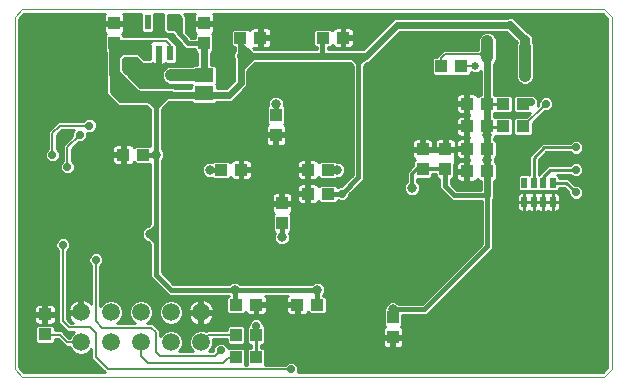
<source format=gbl>
G75*
%MOIN*%
%OFA0B0*%
%FSLAX25Y25*%
%IPPOS*%
%LPD*%
%AMOC8*
5,1,8,0,0,1.08239X$1,22.5*
%
%ADD10C,0.00000*%
%ADD11R,0.04331X0.03937*%
%ADD12R,0.03937X0.04331*%
%ADD13R,0.06300X0.04600*%
%ADD14R,0.01969X0.03543*%
%ADD15R,0.02165X0.04724*%
%ADD16C,0.05937*%
%ADD17C,0.01000*%
%ADD18C,0.03169*%
%ADD19C,0.02775*%
%ADD20C,0.01200*%
%ADD21C,0.01400*%
%ADD22C,0.02000*%
%ADD23C,0.04000*%
%ADD24C,0.02400*%
%ADD25C,0.01600*%
%ADD26C,0.00800*%
%ADD27C,0.03150*%
%ADD28C,0.02800*%
%ADD29C,0.03200*%
%ADD30C,0.02578*%
D10*
X0004000Y0002550D02*
X0001500Y0005050D01*
X0001500Y0122550D01*
X0004000Y0125050D01*
X0198000Y0125050D01*
X0200500Y0122550D01*
X0200500Y0005050D01*
X0198000Y0002550D01*
X0004000Y0002550D01*
D11*
X0011500Y0016704D03*
X0011500Y0023396D03*
X0075154Y0026550D03*
X0081846Y0026550D03*
X0095654Y0026550D03*
X0102346Y0026550D03*
X0099154Y0063550D03*
X0105846Y0063550D03*
X0105846Y0071550D03*
X0099154Y0071550D03*
X0076846Y0071550D03*
X0070154Y0071550D03*
X0044346Y0076550D03*
X0037654Y0076550D03*
X0076654Y0115550D03*
X0083346Y0115550D03*
X0104154Y0115550D03*
X0110846Y0115550D03*
X0152154Y0093550D03*
X0158846Y0093550D03*
X0164154Y0093550D03*
X0170846Y0093550D03*
X0170846Y0086050D03*
X0164154Y0086050D03*
X0158846Y0086050D03*
X0152154Y0086050D03*
X0152154Y0078550D03*
X0158846Y0078550D03*
X0158846Y0071050D03*
X0152154Y0071050D03*
D12*
X0144900Y0071704D03*
X0137400Y0071704D03*
X0137400Y0078396D03*
X0144900Y0078396D03*
X0143654Y0106050D03*
X0150346Y0106050D03*
X0088500Y0089896D03*
X0088500Y0083204D03*
X0090500Y0060396D03*
X0090500Y0053704D03*
X0127500Y0022396D03*
X0127500Y0015704D03*
X0081846Y0016550D03*
X0075154Y0016550D03*
X0075154Y0009050D03*
X0081846Y0009050D03*
X0064500Y0113704D03*
X0064500Y0120396D03*
X0034500Y0120396D03*
X0034500Y0113704D03*
D13*
X0064500Y0103050D03*
X0064500Y0097050D03*
D14*
X0171276Y0067200D03*
X0174425Y0067200D03*
X0177575Y0067200D03*
X0180724Y0067200D03*
X0180724Y0060900D03*
X0177575Y0060900D03*
X0174425Y0060900D03*
X0171276Y0060900D03*
D15*
X0053240Y0110432D03*
X0049500Y0110432D03*
X0045760Y0110432D03*
X0045760Y0120668D03*
X0053240Y0120668D03*
D16*
X0053500Y0024050D03*
X0043500Y0024050D03*
X0033500Y0024050D03*
X0023500Y0024050D03*
X0023500Y0014050D03*
X0033500Y0014050D03*
X0043500Y0014050D03*
X0053500Y0014050D03*
X0063500Y0014050D03*
X0063500Y0024050D03*
D17*
X0063984Y0024517D02*
X0071888Y0024517D01*
X0071888Y0024126D02*
X0072533Y0023481D01*
X0077775Y0023481D01*
X0078288Y0023995D01*
X0078481Y0023660D01*
X0078760Y0023381D01*
X0079102Y0023184D01*
X0079484Y0023081D01*
X0081362Y0023081D01*
X0081362Y0026066D01*
X0082331Y0026066D01*
X0082331Y0027034D01*
X0085512Y0027034D01*
X0085512Y0028716D01*
X0085410Y0029097D01*
X0085212Y0029440D01*
X0085002Y0029650D01*
X0092498Y0029650D01*
X0092288Y0029440D01*
X0092090Y0029097D01*
X0091988Y0028716D01*
X0091988Y0027034D01*
X0095169Y0027034D01*
X0095169Y0026066D01*
X0091988Y0026066D01*
X0091988Y0024384D01*
X0092090Y0024003D01*
X0092288Y0023660D01*
X0092567Y0023381D01*
X0092909Y0023184D01*
X0093291Y0023081D01*
X0095169Y0023081D01*
X0095169Y0026066D01*
X0096138Y0026066D01*
X0096138Y0023081D01*
X0098016Y0023081D01*
X0098398Y0023184D01*
X0098740Y0023381D01*
X0099019Y0023660D01*
X0099212Y0023995D01*
X0099725Y0023481D01*
X0104967Y0023481D01*
X0105612Y0024126D01*
X0105612Y0028974D01*
X0104967Y0029618D01*
X0104246Y0029618D01*
X0104246Y0029714D01*
X0104568Y0030035D01*
X0104975Y0031018D01*
X0104975Y0032082D01*
X0104568Y0033065D01*
X0103815Y0033818D01*
X0102832Y0034225D01*
X0101768Y0034225D01*
X0100785Y0033818D01*
X0100417Y0033450D01*
X0076583Y0033450D01*
X0076215Y0033818D01*
X0075232Y0034225D01*
X0074168Y0034225D01*
X0073185Y0033818D01*
X0072817Y0033450D01*
X0054287Y0033450D01*
X0050400Y0037337D01*
X0050400Y0074667D01*
X0050768Y0075035D01*
X0051175Y0076018D01*
X0051175Y0077082D01*
X0050768Y0078065D01*
X0050400Y0078433D01*
X0050400Y0091687D01*
X0052963Y0094250D01*
X0060294Y0094250D01*
X0060894Y0093650D01*
X0068106Y0093650D01*
X0068706Y0094250D01*
X0073853Y0094250D01*
X0075200Y0095597D01*
X0075200Y0095597D01*
X0077653Y0098050D01*
X0079000Y0099397D01*
X0079000Y0104597D01*
X0081653Y0107250D01*
X0103053Y0107250D01*
X0103505Y0107063D01*
X0104495Y0107063D01*
X0104947Y0107250D01*
X0113113Y0107250D01*
X0114100Y0106263D01*
X0114100Y0069837D01*
X0110300Y0066037D01*
X0110005Y0066037D01*
X0109112Y0065667D01*
X0109112Y0065974D01*
X0108467Y0066618D01*
X0103225Y0066618D01*
X0102712Y0066105D01*
X0102519Y0066440D01*
X0102240Y0066719D01*
X0101898Y0066916D01*
X0101516Y0067018D01*
X0099638Y0067018D01*
X0099638Y0064034D01*
X0098669Y0064034D01*
X0098669Y0063066D01*
X0095488Y0063066D01*
X0095488Y0061384D01*
X0095590Y0061003D01*
X0095788Y0060660D01*
X0096067Y0060381D01*
X0096409Y0060184D01*
X0096791Y0060081D01*
X0098669Y0060081D01*
X0098669Y0063066D01*
X0099638Y0063066D01*
X0099638Y0060081D01*
X0101516Y0060081D01*
X0101898Y0060184D01*
X0102240Y0060381D01*
X0102519Y0060660D01*
X0102712Y0060995D01*
X0103225Y0060481D01*
X0108467Y0060481D01*
X0109112Y0061126D01*
X0109112Y0061433D01*
X0110005Y0061063D01*
X0110995Y0061063D01*
X0111909Y0061441D01*
X0112609Y0062141D01*
X0112987Y0063055D01*
X0112987Y0063350D01*
X0117900Y0068263D01*
X0117900Y0106263D01*
X0118887Y0107250D01*
X0119453Y0107250D01*
X0129853Y0117650D01*
X0165264Y0117650D01*
X0168795Y0114120D01*
X0168400Y0113167D01*
X0168400Y0102333D01*
X0168872Y0101194D01*
X0169744Y0100322D01*
X0170883Y0099850D01*
X0172117Y0099850D01*
X0173256Y0100322D01*
X0174128Y0101194D01*
X0174600Y0102333D01*
X0174600Y0113167D01*
X0174200Y0114132D01*
X0174200Y0115487D01*
X0173789Y0116479D01*
X0173029Y0117239D01*
X0172547Y0117439D01*
X0167916Y0122069D01*
X0166997Y0122450D01*
X0166003Y0122450D01*
X0165520Y0122250D01*
X0127947Y0122250D01*
X0117547Y0111850D01*
X0105900Y0111850D01*
X0105900Y0112481D01*
X0106775Y0112481D01*
X0107288Y0112995D01*
X0107481Y0112660D01*
X0107760Y0112381D01*
X0108102Y0112184D01*
X0108484Y0112081D01*
X0110362Y0112081D01*
X0110362Y0115066D01*
X0111331Y0115066D01*
X0111331Y0116034D01*
X0114512Y0116034D01*
X0114512Y0117716D01*
X0114410Y0118097D01*
X0114212Y0118440D01*
X0113933Y0118719D01*
X0113591Y0118916D01*
X0113209Y0119018D01*
X0111331Y0119018D01*
X0111331Y0116034D01*
X0110362Y0116034D01*
X0110362Y0119018D01*
X0108484Y0119018D01*
X0108102Y0118916D01*
X0107760Y0118719D01*
X0107481Y0118440D01*
X0107288Y0118105D01*
X0106775Y0118618D01*
X0101533Y0118618D01*
X0100888Y0117974D01*
X0100888Y0113126D01*
X0101533Y0112481D01*
X0102100Y0112481D01*
X0102100Y0111850D01*
X0081087Y0111850D01*
X0080809Y0112128D01*
X0080984Y0112081D01*
X0082862Y0112081D01*
X0082862Y0115066D01*
X0083831Y0115066D01*
X0083831Y0116034D01*
X0087012Y0116034D01*
X0087012Y0117716D01*
X0086910Y0118097D01*
X0086712Y0118440D01*
X0086433Y0118719D01*
X0086091Y0118916D01*
X0085709Y0119018D01*
X0083831Y0119018D01*
X0083831Y0116034D01*
X0082862Y0116034D01*
X0082862Y0119018D01*
X0080984Y0119018D01*
X0080602Y0118916D01*
X0080260Y0118719D01*
X0079981Y0118440D01*
X0079788Y0118105D01*
X0079275Y0118618D01*
X0074033Y0118618D01*
X0073388Y0117974D01*
X0073388Y0113126D01*
X0074033Y0112481D01*
X0074754Y0112481D01*
X0074754Y0111121D01*
X0074591Y0110959D01*
X0074404Y0110507D01*
X0074400Y0110503D01*
X0074400Y0110497D01*
X0074213Y0110045D01*
X0074213Y0109055D01*
X0074400Y0108603D01*
X0074400Y0101303D01*
X0071947Y0098850D01*
X0068750Y0098850D01*
X0068750Y0099806D01*
X0068506Y0100050D01*
X0068750Y0100294D01*
X0068750Y0105806D01*
X0068106Y0106450D01*
X0066800Y0106450D01*
X0066800Y0110438D01*
X0066924Y0110438D01*
X0067568Y0111083D01*
X0067568Y0116325D01*
X0067055Y0116838D01*
X0067390Y0117031D01*
X0067669Y0117310D01*
X0067866Y0117652D01*
X0067968Y0118034D01*
X0067968Y0119912D01*
X0064984Y0119912D01*
X0064984Y0120881D01*
X0067968Y0120881D01*
X0067968Y0122759D01*
X0067866Y0123141D01*
X0067669Y0123483D01*
X0067602Y0123550D01*
X0197379Y0123550D01*
X0199000Y0121929D01*
X0199000Y0005671D01*
X0197379Y0004050D01*
X0095778Y0004050D01*
X0095987Y0004555D01*
X0095987Y0005545D01*
X0095609Y0006459D01*
X0094909Y0007159D01*
X0093995Y0007537D01*
X0093005Y0007537D01*
X0092091Y0007159D01*
X0091482Y0006550D01*
X0084915Y0006550D01*
X0084915Y0011671D01*
X0084271Y0012315D01*
X0083446Y0012315D01*
X0083446Y0013285D01*
X0084271Y0013285D01*
X0084915Y0013929D01*
X0084915Y0019171D01*
X0084387Y0019699D01*
X0084387Y0020045D01*
X0084009Y0020959D01*
X0083309Y0021659D01*
X0082395Y0022037D01*
X0081405Y0022037D01*
X0080491Y0021659D01*
X0079791Y0020959D01*
X0079413Y0020045D01*
X0079413Y0019806D01*
X0078778Y0019171D01*
X0078778Y0013929D01*
X0079422Y0013285D01*
X0080246Y0013285D01*
X0080246Y0012315D01*
X0079422Y0012315D01*
X0078778Y0011671D01*
X0078778Y0006550D01*
X0078222Y0006550D01*
X0078222Y0011671D01*
X0077578Y0012315D01*
X0072729Y0012315D01*
X0072491Y0012077D01*
X0072209Y0012759D01*
X0071509Y0013459D01*
X0070595Y0013837D01*
X0069605Y0013837D01*
X0068691Y0013459D01*
X0067991Y0012759D01*
X0067613Y0011845D01*
X0067613Y0011050D01*
X0066254Y0011050D01*
X0066949Y0011745D01*
X0067568Y0013241D01*
X0067568Y0014859D01*
X0067489Y0015050D01*
X0072085Y0015050D01*
X0072085Y0013929D01*
X0072729Y0013285D01*
X0077578Y0013285D01*
X0078222Y0013929D01*
X0078222Y0019171D01*
X0077578Y0019815D01*
X0072729Y0019815D01*
X0072085Y0019171D01*
X0072085Y0018050D01*
X0065379Y0018050D01*
X0065114Y0017785D01*
X0064309Y0018118D01*
X0062691Y0018118D01*
X0061195Y0017499D01*
X0060051Y0016355D01*
X0059431Y0014859D01*
X0059431Y0013241D01*
X0060051Y0011745D01*
X0060746Y0011050D01*
X0056254Y0011050D01*
X0056949Y0011745D01*
X0057568Y0013241D01*
X0057568Y0014859D01*
X0056949Y0016355D01*
X0055805Y0017499D01*
X0054309Y0018118D01*
X0052691Y0018118D01*
X0051195Y0017499D01*
X0050051Y0016355D01*
X0050000Y0016232D01*
X0050000Y0017971D01*
X0048400Y0019571D01*
X0047521Y0020450D01*
X0045440Y0020450D01*
X0045805Y0020601D01*
X0046949Y0021745D01*
X0047568Y0023241D01*
X0047568Y0024859D01*
X0046949Y0026355D01*
X0045805Y0027499D01*
X0044309Y0028118D01*
X0042691Y0028118D01*
X0041195Y0027499D01*
X0040051Y0026355D01*
X0039431Y0024859D01*
X0039431Y0023241D01*
X0040051Y0021745D01*
X0041195Y0020601D01*
X0041560Y0020450D01*
X0035440Y0020450D01*
X0035805Y0020601D01*
X0036949Y0021745D01*
X0037568Y0023241D01*
X0037568Y0024859D01*
X0036949Y0026355D01*
X0035805Y0027499D01*
X0034309Y0028118D01*
X0032691Y0028118D01*
X0031195Y0027499D01*
X0030051Y0026355D01*
X0030000Y0026232D01*
X0030000Y0039532D01*
X0030609Y0040141D01*
X0030987Y0041055D01*
X0030987Y0042045D01*
X0030609Y0042959D01*
X0029909Y0043659D01*
X0028995Y0044037D01*
X0028005Y0044037D01*
X0027091Y0043659D01*
X0026391Y0042959D01*
X0026013Y0042045D01*
X0026013Y0041055D01*
X0026391Y0040141D01*
X0027000Y0039532D01*
X0027000Y0026835D01*
X0026908Y0026961D01*
X0026411Y0027458D01*
X0025842Y0027872D01*
X0025215Y0028191D01*
X0024546Y0028408D01*
X0023984Y0028497D01*
X0023984Y0024534D01*
X0023016Y0024534D01*
X0023016Y0023566D01*
X0019052Y0023566D01*
X0019142Y0023004D01*
X0019359Y0022335D01*
X0019678Y0021708D01*
X0020092Y0021139D01*
X0020589Y0020642D01*
X0020715Y0020550D01*
X0020121Y0020550D01*
X0019000Y0021671D01*
X0019000Y0044532D01*
X0019609Y0045141D01*
X0019987Y0046055D01*
X0019987Y0047045D01*
X0019609Y0047959D01*
X0018909Y0048659D01*
X0017995Y0049037D01*
X0017005Y0049037D01*
X0016091Y0048659D01*
X0015391Y0047959D01*
X0015013Y0047045D01*
X0015013Y0046055D01*
X0015391Y0045141D01*
X0016000Y0044532D01*
X0016000Y0020429D01*
X0018000Y0018429D01*
X0018879Y0017550D01*
X0021318Y0017550D01*
X0021195Y0017499D01*
X0020051Y0016355D01*
X0019718Y0015550D01*
X0019621Y0015550D01*
X0018000Y0017171D01*
X0017121Y0018050D01*
X0014765Y0018050D01*
X0014765Y0019128D01*
X0014121Y0019772D01*
X0008879Y0019772D01*
X0008235Y0019128D01*
X0008235Y0014279D01*
X0008879Y0013635D01*
X0014121Y0013635D01*
X0014765Y0014279D01*
X0014765Y0015050D01*
X0015879Y0015050D01*
X0018379Y0012550D01*
X0019718Y0012550D01*
X0020051Y0011745D01*
X0021195Y0010601D01*
X0022691Y0009981D01*
X0024309Y0009981D01*
X0025805Y0010601D01*
X0026949Y0011745D01*
X0027000Y0011868D01*
X0027000Y0008429D01*
X0031379Y0004050D01*
X0004621Y0004050D01*
X0003000Y0005671D01*
X0003000Y0121929D01*
X0004621Y0123550D01*
X0031398Y0123550D01*
X0031331Y0123483D01*
X0031134Y0123141D01*
X0031031Y0122759D01*
X0031031Y0120881D01*
X0034016Y0120881D01*
X0034016Y0119912D01*
X0031031Y0119912D01*
X0031031Y0118034D01*
X0031134Y0117652D01*
X0031331Y0117310D01*
X0031610Y0117031D01*
X0031945Y0116838D01*
X0031431Y0116325D01*
X0031431Y0111083D01*
X0031800Y0110714D01*
X0031800Y0103013D01*
X0031900Y0102772D01*
X0031900Y0096887D01*
X0034286Y0094501D01*
X0034372Y0094294D01*
X0035244Y0093422D01*
X0035451Y0093336D01*
X0035837Y0092950D01*
X0045337Y0092950D01*
X0046600Y0091687D01*
X0046600Y0079618D01*
X0041725Y0079618D01*
X0041212Y0079105D01*
X0041019Y0079440D01*
X0040740Y0079719D01*
X0040398Y0079916D01*
X0040016Y0080018D01*
X0038138Y0080018D01*
X0038138Y0077034D01*
X0037169Y0077034D01*
X0037169Y0076066D01*
X0033988Y0076066D01*
X0033988Y0074384D01*
X0034090Y0074003D01*
X0034288Y0073660D01*
X0034567Y0073381D01*
X0034909Y0073184D01*
X0035291Y0073081D01*
X0037169Y0073081D01*
X0037169Y0076066D01*
X0038138Y0076066D01*
X0038138Y0073081D01*
X0040016Y0073081D01*
X0040398Y0073184D01*
X0040740Y0073381D01*
X0041019Y0073660D01*
X0041212Y0073995D01*
X0041725Y0073481D01*
X0046600Y0073481D01*
X0046600Y0053537D01*
X0045831Y0052768D01*
X0044985Y0052418D01*
X0044232Y0051665D01*
X0043825Y0050682D01*
X0043825Y0049618D01*
X0044232Y0048635D01*
X0044985Y0047882D01*
X0045831Y0047532D01*
X0046600Y0046763D01*
X0046600Y0035763D01*
X0052713Y0029650D01*
X0072800Y0029650D01*
X0072800Y0029618D01*
X0072533Y0029618D01*
X0071888Y0028974D01*
X0071888Y0024126D01*
X0072495Y0023519D02*
X0067940Y0023519D01*
X0067947Y0023566D02*
X0063984Y0023566D01*
X0063984Y0019602D01*
X0064546Y0019692D01*
X0065215Y0019909D01*
X0065842Y0020228D01*
X0066411Y0020642D01*
X0066908Y0021139D01*
X0067322Y0021708D01*
X0067641Y0022335D01*
X0067858Y0023004D01*
X0067947Y0023566D01*
X0067947Y0024534D02*
X0067858Y0025096D01*
X0067641Y0025765D01*
X0067322Y0026392D01*
X0066908Y0026961D01*
X0066411Y0027458D01*
X0065842Y0027872D01*
X0065215Y0028191D01*
X0064546Y0028408D01*
X0063984Y0028497D01*
X0063984Y0024534D01*
X0067947Y0024534D01*
X0067722Y0025516D02*
X0071888Y0025516D01*
X0071888Y0026514D02*
X0067233Y0026514D01*
X0066336Y0027513D02*
X0071888Y0027513D01*
X0071888Y0028511D02*
X0030000Y0028511D01*
X0030000Y0027513D02*
X0031228Y0027513D01*
X0030211Y0026514D02*
X0030000Y0026514D01*
X0027000Y0027513D02*
X0026336Y0027513D01*
X0027000Y0028511D02*
X0019000Y0028511D01*
X0019000Y0027513D02*
X0020664Y0027513D01*
X0020589Y0027458D02*
X0020092Y0026961D01*
X0019678Y0026392D01*
X0019359Y0025765D01*
X0019142Y0025096D01*
X0019052Y0024534D01*
X0023016Y0024534D01*
X0023016Y0028497D01*
X0022454Y0028408D01*
X0021785Y0028191D01*
X0021158Y0027872D01*
X0020589Y0027458D01*
X0019767Y0026514D02*
X0019000Y0026514D01*
X0019000Y0025516D02*
X0019278Y0025516D01*
X0019000Y0024517D02*
X0023016Y0024517D01*
X0023016Y0025516D02*
X0023984Y0025516D01*
X0023984Y0026514D02*
X0023016Y0026514D01*
X0023016Y0027513D02*
X0023984Y0027513D01*
X0027000Y0029510D02*
X0019000Y0029510D01*
X0019000Y0030508D02*
X0027000Y0030508D01*
X0027000Y0031507D02*
X0019000Y0031507D01*
X0019000Y0032505D02*
X0027000Y0032505D01*
X0027000Y0033504D02*
X0019000Y0033504D01*
X0019000Y0034502D02*
X0027000Y0034502D01*
X0027000Y0035501D02*
X0019000Y0035501D01*
X0019000Y0036499D02*
X0027000Y0036499D01*
X0027000Y0037498D02*
X0019000Y0037498D01*
X0019000Y0038496D02*
X0027000Y0038496D01*
X0027000Y0039495D02*
X0019000Y0039495D01*
X0019000Y0040493D02*
X0026245Y0040493D01*
X0026013Y0041492D02*
X0019000Y0041492D01*
X0019000Y0042490D02*
X0026197Y0042490D01*
X0026921Y0043489D02*
X0019000Y0043489D01*
X0019000Y0044487D02*
X0046600Y0044487D01*
X0046600Y0043489D02*
X0030079Y0043489D01*
X0030803Y0042490D02*
X0046600Y0042490D01*
X0046600Y0041492D02*
X0030987Y0041492D01*
X0030755Y0040493D02*
X0046600Y0040493D01*
X0046600Y0039495D02*
X0030000Y0039495D01*
X0030000Y0038496D02*
X0046600Y0038496D01*
X0046600Y0037498D02*
X0030000Y0037498D01*
X0030000Y0036499D02*
X0046600Y0036499D01*
X0046862Y0035501D02*
X0030000Y0035501D01*
X0030000Y0034502D02*
X0047861Y0034502D01*
X0048859Y0033504D02*
X0030000Y0033504D01*
X0030000Y0032505D02*
X0049858Y0032505D01*
X0050856Y0031507D02*
X0030000Y0031507D01*
X0030000Y0030508D02*
X0051855Y0030508D01*
X0052691Y0028118D02*
X0051195Y0027499D01*
X0050051Y0026355D01*
X0049431Y0024859D01*
X0049431Y0023241D01*
X0050051Y0021745D01*
X0051195Y0020601D01*
X0052691Y0019981D01*
X0054309Y0019981D01*
X0055805Y0020601D01*
X0056949Y0021745D01*
X0057568Y0023241D01*
X0057568Y0024859D01*
X0056949Y0026355D01*
X0055805Y0027499D01*
X0054309Y0028118D01*
X0052691Y0028118D01*
X0051228Y0027513D02*
X0045772Y0027513D01*
X0046789Y0026514D02*
X0050211Y0026514D01*
X0049703Y0025516D02*
X0047297Y0025516D01*
X0047568Y0024517D02*
X0049431Y0024517D01*
X0049431Y0023519D02*
X0047568Y0023519D01*
X0047270Y0022520D02*
X0049730Y0022520D01*
X0050275Y0021522D02*
X0046725Y0021522D01*
X0045617Y0020523D02*
X0051383Y0020523D01*
X0049445Y0018526D02*
X0072085Y0018526D01*
X0072439Y0019525D02*
X0048447Y0019525D01*
X0050000Y0017528D02*
X0051264Y0017528D01*
X0050225Y0016529D02*
X0050000Y0016529D01*
X0055736Y0017528D02*
X0061264Y0017528D01*
X0060225Y0016529D02*
X0056775Y0016529D01*
X0057290Y0015531D02*
X0059710Y0015531D01*
X0059431Y0014532D02*
X0057568Y0014532D01*
X0057568Y0013534D02*
X0059431Y0013534D01*
X0059724Y0012535D02*
X0057276Y0012535D01*
X0056740Y0011537D02*
X0060260Y0011537D01*
X0066740Y0011537D02*
X0067613Y0011537D01*
X0067899Y0012535D02*
X0067276Y0012535D01*
X0067568Y0013534D02*
X0068872Y0013534D01*
X0067568Y0014532D02*
X0072085Y0014532D01*
X0072480Y0013534D02*
X0071328Y0013534D01*
X0072301Y0012535D02*
X0080246Y0012535D01*
X0079173Y0013534D02*
X0077827Y0013534D01*
X0078222Y0014532D02*
X0078778Y0014532D01*
X0078778Y0015531D02*
X0078222Y0015531D01*
X0078222Y0016529D02*
X0078778Y0016529D01*
X0078778Y0017528D02*
X0078222Y0017528D01*
X0078222Y0018526D02*
X0078778Y0018526D01*
X0079132Y0019525D02*
X0077868Y0019525D01*
X0079611Y0020523D02*
X0066248Y0020523D01*
X0067186Y0021522D02*
X0080354Y0021522D01*
X0082331Y0023081D02*
X0084209Y0023081D01*
X0084591Y0023184D01*
X0084933Y0023381D01*
X0085212Y0023660D01*
X0085410Y0024003D01*
X0085512Y0024384D01*
X0085512Y0026066D01*
X0082331Y0026066D01*
X0082331Y0023081D01*
X0082331Y0023519D02*
X0081362Y0023519D01*
X0081362Y0024517D02*
X0082331Y0024517D01*
X0082331Y0025516D02*
X0081362Y0025516D01*
X0082331Y0026514D02*
X0095169Y0026514D01*
X0095169Y0025516D02*
X0096138Y0025516D01*
X0096138Y0024517D02*
X0095169Y0024517D01*
X0095169Y0023519D02*
X0096138Y0023519D01*
X0098877Y0023519D02*
X0099688Y0023519D01*
X0105005Y0023519D02*
X0124431Y0023519D01*
X0124431Y0024517D02*
X0105612Y0024517D01*
X0105612Y0025516D02*
X0124825Y0025516D01*
X0124825Y0025582D02*
X0124825Y0025411D01*
X0124431Y0025017D01*
X0124431Y0019775D01*
X0124945Y0019262D01*
X0124610Y0019069D01*
X0124331Y0018790D01*
X0124134Y0018448D01*
X0124031Y0018066D01*
X0124031Y0016188D01*
X0127016Y0016188D01*
X0127016Y0015219D01*
X0127984Y0015219D01*
X0127984Y0012038D01*
X0129666Y0012038D01*
X0130047Y0012140D01*
X0130390Y0012338D01*
X0130669Y0012617D01*
X0130866Y0012959D01*
X0130968Y0013341D01*
X0130968Y0015219D01*
X0127984Y0015219D01*
X0127984Y0016188D01*
X0130968Y0016188D01*
X0130968Y0018066D01*
X0130866Y0018448D01*
X0130669Y0018790D01*
X0130390Y0019069D01*
X0130055Y0019262D01*
X0130568Y0019775D01*
X0130568Y0023150D01*
X0138787Y0023150D01*
X0139900Y0024263D01*
X0160900Y0045263D01*
X0160900Y0061697D01*
X0161300Y0062097D01*
X0161300Y0067981D01*
X0161467Y0067981D01*
X0162112Y0068626D01*
X0162112Y0073474D01*
X0161467Y0074118D01*
X0161459Y0074118D01*
X0161521Y0074268D01*
X0161521Y0075332D01*
X0161459Y0075481D01*
X0161467Y0075481D01*
X0162112Y0076126D01*
X0162112Y0080974D01*
X0161467Y0081618D01*
X0161300Y0081618D01*
X0161300Y0081863D01*
X0161675Y0082768D01*
X0161675Y0082981D01*
X0166775Y0082981D01*
X0167419Y0083626D01*
X0167419Y0088474D01*
X0166775Y0089118D01*
X0161533Y0089118D01*
X0161500Y0089086D01*
X0161467Y0089118D01*
X0161300Y0089118D01*
X0161300Y0090481D01*
X0161467Y0090481D01*
X0161500Y0090514D01*
X0161533Y0090481D01*
X0166775Y0090481D01*
X0167419Y0091126D01*
X0167419Y0095974D01*
X0166775Y0096618D01*
X0161533Y0096618D01*
X0161500Y0096586D01*
X0161467Y0096618D01*
X0161300Y0096618D01*
X0161300Y0106966D01*
X0161628Y0107294D01*
X0162100Y0108433D01*
X0162100Y0115167D01*
X0161628Y0116306D01*
X0160756Y0117178D01*
X0159617Y0117650D01*
X0158383Y0117650D01*
X0157244Y0117178D01*
X0156372Y0116306D01*
X0155900Y0115167D01*
X0155900Y0111571D01*
X0155879Y0111550D01*
X0144379Y0111550D01*
X0142154Y0109325D01*
X0142154Y0109315D01*
X0141229Y0109315D01*
X0140585Y0108671D01*
X0140585Y0103429D01*
X0141229Y0102785D01*
X0146078Y0102785D01*
X0146243Y0102950D01*
X0147757Y0102950D01*
X0147922Y0102785D01*
X0152771Y0102785D01*
X0153415Y0103429D01*
X0153415Y0104257D01*
X0154010Y0103661D01*
X0155990Y0103661D01*
X0156700Y0104371D01*
X0156700Y0096618D01*
X0156225Y0096618D01*
X0155712Y0096105D01*
X0155519Y0096440D01*
X0155240Y0096719D01*
X0154898Y0096916D01*
X0154516Y0097018D01*
X0152638Y0097018D01*
X0152638Y0094034D01*
X0151669Y0094034D01*
X0151669Y0093066D01*
X0148488Y0093066D01*
X0148488Y0091384D01*
X0148590Y0091003D01*
X0148788Y0090660D01*
X0149067Y0090381D01*
X0149409Y0090184D01*
X0149791Y0090081D01*
X0151669Y0090081D01*
X0151669Y0093066D01*
X0152638Y0093066D01*
X0152638Y0090081D01*
X0152900Y0090081D01*
X0152900Y0089518D01*
X0152638Y0089518D01*
X0152638Y0086534D01*
X0151669Y0086534D01*
X0151669Y0085566D01*
X0148488Y0085566D01*
X0148488Y0083884D01*
X0148590Y0083503D01*
X0148788Y0083160D01*
X0149067Y0082881D01*
X0149409Y0082684D01*
X0149791Y0082581D01*
X0151669Y0082581D01*
X0151669Y0085566D01*
X0152638Y0085566D01*
X0152638Y0082581D01*
X0152900Y0082581D01*
X0152900Y0082018D01*
X0152638Y0082018D01*
X0152638Y0079034D01*
X0151669Y0079034D01*
X0151669Y0078066D01*
X0148488Y0078066D01*
X0148488Y0076384D01*
X0148586Y0076020D01*
X0148368Y0076237D01*
X0148368Y0077912D01*
X0145384Y0077912D01*
X0145384Y0078881D01*
X0144416Y0078881D01*
X0144416Y0082062D01*
X0142734Y0082062D01*
X0142353Y0081960D01*
X0142010Y0081762D01*
X0141731Y0081483D01*
X0141534Y0081141D01*
X0141431Y0080759D01*
X0141431Y0078881D01*
X0144416Y0078881D01*
X0144416Y0077912D01*
X0141431Y0077912D01*
X0141431Y0077850D01*
X0140868Y0077850D01*
X0140868Y0077912D01*
X0137884Y0077912D01*
X0137884Y0078881D01*
X0136916Y0078881D01*
X0136916Y0082062D01*
X0135234Y0082062D01*
X0134853Y0081960D01*
X0134510Y0081762D01*
X0134231Y0081483D01*
X0134034Y0081141D01*
X0133931Y0080759D01*
X0133931Y0078881D01*
X0136916Y0078881D01*
X0136916Y0077912D01*
X0133931Y0077912D01*
X0133931Y0076034D01*
X0134034Y0075652D01*
X0134231Y0075310D01*
X0134510Y0075031D01*
X0134845Y0074838D01*
X0134331Y0074325D01*
X0134331Y0073036D01*
X0133146Y0071850D01*
X0132150Y0070854D01*
X0132150Y0067633D01*
X0131582Y0067065D01*
X0131175Y0066082D01*
X0131175Y0065018D01*
X0131582Y0064035D01*
X0132335Y0063282D01*
X0133318Y0062875D01*
X0134382Y0062875D01*
X0135365Y0063282D01*
X0136118Y0064035D01*
X0136525Y0065018D01*
X0136525Y0066082D01*
X0136118Y0067065D01*
X0135550Y0067633D01*
X0135550Y0068438D01*
X0139824Y0068438D01*
X0140468Y0069083D01*
X0140468Y0070004D01*
X0141831Y0070004D01*
X0141831Y0069083D01*
X0142476Y0068438D01*
X0143000Y0068438D01*
X0143000Y0065363D01*
X0146100Y0062263D01*
X0147213Y0061150D01*
X0157100Y0061150D01*
X0157100Y0046837D01*
X0137213Y0026950D01*
X0129383Y0026950D01*
X0129015Y0027318D01*
X0128032Y0027725D01*
X0126968Y0027725D01*
X0125985Y0027318D01*
X0125232Y0026565D01*
X0124825Y0025582D01*
X0125211Y0026514D02*
X0105612Y0026514D01*
X0105612Y0027513D02*
X0126456Y0027513D01*
X0128544Y0027513D02*
X0137776Y0027513D01*
X0138774Y0028511D02*
X0105612Y0028511D01*
X0105076Y0029510D02*
X0139773Y0029510D01*
X0140771Y0030508D02*
X0104764Y0030508D01*
X0104975Y0031507D02*
X0141770Y0031507D01*
X0142768Y0032505D02*
X0104799Y0032505D01*
X0104129Y0033504D02*
X0143767Y0033504D01*
X0144765Y0034502D02*
X0053235Y0034502D01*
X0054233Y0033504D02*
X0072871Y0033504D01*
X0076529Y0033504D02*
X0100471Y0033504D01*
X0092358Y0029510D02*
X0085142Y0029510D01*
X0085512Y0028511D02*
X0091988Y0028511D01*
X0091988Y0027513D02*
X0085512Y0027513D01*
X0085512Y0025516D02*
X0091988Y0025516D01*
X0091988Y0024517D02*
X0085512Y0024517D01*
X0085070Y0023519D02*
X0092430Y0023519D01*
X0084189Y0020523D02*
X0124431Y0020523D01*
X0124431Y0021522D02*
X0083446Y0021522D01*
X0084561Y0019525D02*
X0124682Y0019525D01*
X0124179Y0018526D02*
X0084915Y0018526D01*
X0084915Y0017528D02*
X0124031Y0017528D01*
X0124031Y0016529D02*
X0084915Y0016529D01*
X0084915Y0015531D02*
X0127016Y0015531D01*
X0127016Y0015219D02*
X0124031Y0015219D01*
X0124031Y0013341D01*
X0124134Y0012959D01*
X0124331Y0012617D01*
X0124610Y0012338D01*
X0124953Y0012140D01*
X0125334Y0012038D01*
X0127016Y0012038D01*
X0127016Y0015219D01*
X0127016Y0014532D02*
X0127984Y0014532D01*
X0127984Y0013534D02*
X0127016Y0013534D01*
X0127016Y0012535D02*
X0127984Y0012535D01*
X0130587Y0012535D02*
X0199000Y0012535D01*
X0199000Y0011537D02*
X0084915Y0011537D01*
X0084915Y0010538D02*
X0199000Y0010538D01*
X0199000Y0009540D02*
X0084915Y0009540D01*
X0084915Y0008541D02*
X0199000Y0008541D01*
X0199000Y0007543D02*
X0084915Y0007543D01*
X0081846Y0009050D02*
X0081846Y0016550D01*
X0084915Y0014532D02*
X0124031Y0014532D01*
X0124031Y0013534D02*
X0084520Y0013534D01*
X0083446Y0012535D02*
X0124413Y0012535D01*
X0127984Y0015531D02*
X0199000Y0015531D01*
X0199000Y0016529D02*
X0130968Y0016529D01*
X0130968Y0017528D02*
X0199000Y0017528D01*
X0199000Y0018526D02*
X0130821Y0018526D01*
X0130318Y0019525D02*
X0199000Y0019525D01*
X0199000Y0020523D02*
X0130568Y0020523D01*
X0130568Y0021522D02*
X0199000Y0021522D01*
X0199000Y0022520D02*
X0130568Y0022520D01*
X0124431Y0022520D02*
X0067701Y0022520D01*
X0063984Y0022520D02*
X0063016Y0022520D01*
X0063016Y0021522D02*
X0063984Y0021522D01*
X0063984Y0020523D02*
X0063016Y0020523D01*
X0063016Y0019602D02*
X0063016Y0023566D01*
X0063984Y0023566D01*
X0063984Y0024534D01*
X0063016Y0024534D01*
X0063016Y0023566D01*
X0059052Y0023566D01*
X0059142Y0023004D01*
X0059359Y0022335D01*
X0059678Y0021708D01*
X0060092Y0021139D01*
X0060589Y0020642D01*
X0061158Y0020228D01*
X0061785Y0019909D01*
X0062454Y0019692D01*
X0063016Y0019602D01*
X0060752Y0020523D02*
X0055617Y0020523D01*
X0056725Y0021522D02*
X0059814Y0021522D01*
X0059299Y0022520D02*
X0057270Y0022520D01*
X0057568Y0023519D02*
X0059060Y0023519D01*
X0059052Y0024534D02*
X0063016Y0024534D01*
X0063016Y0028497D01*
X0062454Y0028408D01*
X0061785Y0028191D01*
X0061158Y0027872D01*
X0060589Y0027458D01*
X0060092Y0026961D01*
X0059678Y0026392D01*
X0059359Y0025765D01*
X0059142Y0025096D01*
X0059052Y0024534D01*
X0059278Y0025516D02*
X0057297Y0025516D01*
X0057568Y0024517D02*
X0063016Y0024517D01*
X0063016Y0023519D02*
X0063984Y0023519D01*
X0063984Y0025516D02*
X0063016Y0025516D01*
X0063016Y0026514D02*
X0063984Y0026514D01*
X0063984Y0027513D02*
X0063016Y0027513D01*
X0060664Y0027513D02*
X0055772Y0027513D01*
X0056789Y0026514D02*
X0059767Y0026514D01*
X0072424Y0029510D02*
X0030000Y0029510D01*
X0035772Y0027513D02*
X0041228Y0027513D01*
X0040211Y0026514D02*
X0036789Y0026514D01*
X0037297Y0025516D02*
X0039703Y0025516D01*
X0039431Y0024517D02*
X0037568Y0024517D01*
X0037568Y0023519D02*
X0039431Y0023519D01*
X0039730Y0022520D02*
X0037270Y0022520D01*
X0036725Y0021522D02*
X0040275Y0021522D01*
X0041383Y0020523D02*
X0035617Y0020523D01*
X0027000Y0011537D02*
X0026740Y0011537D01*
X0027000Y0010538D02*
X0025653Y0010538D01*
X0027000Y0009540D02*
X0003000Y0009540D01*
X0003000Y0010538D02*
X0021347Y0010538D01*
X0020260Y0011537D02*
X0003000Y0011537D01*
X0003000Y0012535D02*
X0019724Y0012535D01*
X0017395Y0013534D02*
X0003000Y0013534D01*
X0003000Y0014532D02*
X0008235Y0014532D01*
X0008235Y0015531D02*
X0003000Y0015531D01*
X0003000Y0016529D02*
X0008235Y0016529D01*
X0008235Y0017528D02*
X0003000Y0017528D01*
X0003000Y0018526D02*
X0008235Y0018526D01*
X0008632Y0019525D02*
X0003000Y0019525D01*
X0003000Y0020523D02*
X0008125Y0020523D01*
X0008134Y0020507D02*
X0008414Y0020228D01*
X0008756Y0020030D01*
X0009137Y0019928D01*
X0011016Y0019928D01*
X0011016Y0022912D01*
X0011984Y0022912D01*
X0011984Y0019928D01*
X0013863Y0019928D01*
X0014244Y0020030D01*
X0014586Y0020228D01*
X0014866Y0020507D01*
X0015063Y0020849D01*
X0015165Y0021230D01*
X0015165Y0022912D01*
X0011984Y0022912D01*
X0011984Y0023881D01*
X0011016Y0023881D01*
X0011016Y0026865D01*
X0009137Y0026865D01*
X0008756Y0026763D01*
X0008414Y0026565D01*
X0008134Y0026286D01*
X0007937Y0025944D01*
X0007835Y0025562D01*
X0007835Y0023881D01*
X0011016Y0023881D01*
X0011016Y0022912D01*
X0007835Y0022912D01*
X0007835Y0021230D01*
X0007937Y0020849D01*
X0008134Y0020507D01*
X0007835Y0021522D02*
X0003000Y0021522D01*
X0003000Y0022520D02*
X0007835Y0022520D01*
X0007835Y0024517D02*
X0003000Y0024517D01*
X0003000Y0023519D02*
X0011016Y0023519D01*
X0011984Y0023519D02*
X0016000Y0023519D01*
X0015165Y0023881D02*
X0015165Y0025562D01*
X0015063Y0025944D01*
X0014866Y0026286D01*
X0014586Y0026565D01*
X0014244Y0026763D01*
X0013863Y0026865D01*
X0011984Y0026865D01*
X0011984Y0023881D01*
X0015165Y0023881D01*
X0015165Y0024517D02*
X0016000Y0024517D01*
X0016000Y0025516D02*
X0015165Y0025516D01*
X0014637Y0026514D02*
X0016000Y0026514D01*
X0016000Y0027513D02*
X0003000Y0027513D01*
X0003000Y0028511D02*
X0016000Y0028511D01*
X0016000Y0029510D02*
X0003000Y0029510D01*
X0003000Y0030508D02*
X0016000Y0030508D01*
X0016000Y0031507D02*
X0003000Y0031507D01*
X0003000Y0032505D02*
X0016000Y0032505D01*
X0016000Y0033504D02*
X0003000Y0033504D01*
X0003000Y0034502D02*
X0016000Y0034502D01*
X0016000Y0035501D02*
X0003000Y0035501D01*
X0003000Y0036499D02*
X0016000Y0036499D01*
X0016000Y0037498D02*
X0003000Y0037498D01*
X0003000Y0038496D02*
X0016000Y0038496D01*
X0016000Y0039495D02*
X0003000Y0039495D01*
X0003000Y0040493D02*
X0016000Y0040493D01*
X0016000Y0041492D02*
X0003000Y0041492D01*
X0003000Y0042490D02*
X0016000Y0042490D01*
X0016000Y0043489D02*
X0003000Y0043489D01*
X0003000Y0044487D02*
X0016000Y0044487D01*
X0015248Y0045486D02*
X0003000Y0045486D01*
X0003000Y0046484D02*
X0015013Y0046484D01*
X0015194Y0047483D02*
X0003000Y0047483D01*
X0003000Y0048482D02*
X0015914Y0048482D01*
X0019086Y0048482D02*
X0044386Y0048482D01*
X0043882Y0049480D02*
X0003000Y0049480D01*
X0003000Y0050479D02*
X0043825Y0050479D01*
X0044155Y0051477D02*
X0003000Y0051477D01*
X0003000Y0052476D02*
X0045125Y0052476D01*
X0046537Y0053474D02*
X0003000Y0053474D01*
X0003000Y0054473D02*
X0046600Y0054473D01*
X0046600Y0055471D02*
X0003000Y0055471D01*
X0003000Y0056470D02*
X0046600Y0056470D01*
X0046600Y0057468D02*
X0003000Y0057468D01*
X0003000Y0058467D02*
X0046600Y0058467D01*
X0046600Y0059465D02*
X0003000Y0059465D01*
X0003000Y0060464D02*
X0046600Y0060464D01*
X0046600Y0061462D02*
X0003000Y0061462D01*
X0003000Y0062461D02*
X0046600Y0062461D01*
X0046600Y0063459D02*
X0003000Y0063459D01*
X0003000Y0064458D02*
X0046600Y0064458D01*
X0046600Y0065456D02*
X0003000Y0065456D01*
X0003000Y0066455D02*
X0046600Y0066455D01*
X0046600Y0067453D02*
X0003000Y0067453D01*
X0003000Y0068452D02*
X0046600Y0068452D01*
X0046600Y0069450D02*
X0003000Y0069450D01*
X0003000Y0070449D02*
X0017584Y0070449D01*
X0017591Y0070441D02*
X0018505Y0070063D01*
X0019495Y0070063D01*
X0020409Y0070441D01*
X0021109Y0071141D01*
X0021487Y0072055D01*
X0021487Y0073045D01*
X0021109Y0073959D01*
X0020500Y0074568D01*
X0020500Y0078429D01*
X0022734Y0080663D01*
X0023595Y0080663D01*
X0024509Y0081041D01*
X0025209Y0081741D01*
X0025587Y0082655D01*
X0025587Y0083645D01*
X0025483Y0083896D01*
X0025805Y0083763D01*
X0026795Y0083763D01*
X0027709Y0084141D01*
X0028409Y0084841D01*
X0028787Y0085755D01*
X0028787Y0086745D01*
X0028409Y0087659D01*
X0027709Y0088359D01*
X0026795Y0088737D01*
X0025805Y0088737D01*
X0024891Y0088359D01*
X0024282Y0087750D01*
X0015879Y0087750D01*
X0015000Y0086871D01*
X0012500Y0084371D01*
X0012500Y0078568D01*
X0011891Y0077959D01*
X0011513Y0077045D01*
X0011513Y0076055D01*
X0011891Y0075141D01*
X0012591Y0074441D01*
X0013505Y0074063D01*
X0014495Y0074063D01*
X0015409Y0074441D01*
X0016109Y0075141D01*
X0016487Y0076055D01*
X0016487Y0077045D01*
X0016109Y0077959D01*
X0015500Y0078568D01*
X0015500Y0083129D01*
X0017121Y0084750D01*
X0021182Y0084750D01*
X0020991Y0084559D01*
X0020613Y0083645D01*
X0020613Y0082784D01*
X0017500Y0079671D01*
X0017500Y0074568D01*
X0016891Y0073959D01*
X0016513Y0073045D01*
X0016513Y0072055D01*
X0016891Y0071141D01*
X0017591Y0070441D01*
X0016764Y0071447D02*
X0003000Y0071447D01*
X0003000Y0072446D02*
X0016513Y0072446D01*
X0016678Y0073444D02*
X0003000Y0073444D01*
X0003000Y0074443D02*
X0012589Y0074443D01*
X0011767Y0075441D02*
X0003000Y0075441D01*
X0003000Y0076440D02*
X0011513Y0076440D01*
X0011676Y0077438D02*
X0003000Y0077438D01*
X0003000Y0078437D02*
X0012369Y0078437D01*
X0012500Y0079435D02*
X0003000Y0079435D01*
X0003000Y0080434D02*
X0012500Y0080434D01*
X0012500Y0081432D02*
X0003000Y0081432D01*
X0003000Y0082431D02*
X0012500Y0082431D01*
X0012500Y0083429D02*
X0003000Y0083429D01*
X0003000Y0084428D02*
X0012557Y0084428D01*
X0013555Y0085426D02*
X0003000Y0085426D01*
X0003000Y0086425D02*
X0014554Y0086425D01*
X0015552Y0087423D02*
X0003000Y0087423D01*
X0003000Y0088422D02*
X0025044Y0088422D01*
X0027556Y0088422D02*
X0046600Y0088422D01*
X0046600Y0089420D02*
X0003000Y0089420D01*
X0003000Y0090419D02*
X0046600Y0090419D01*
X0046600Y0091418D02*
X0003000Y0091418D01*
X0003000Y0092416D02*
X0045871Y0092416D01*
X0047135Y0093415D02*
X0049865Y0093415D01*
X0050863Y0094413D02*
X0046137Y0094413D01*
X0046000Y0094550D02*
X0048500Y0092050D01*
X0054000Y0097550D01*
X0042500Y0097550D01*
X0036000Y0104050D01*
X0036000Y0109050D01*
X0037500Y0110550D01*
X0042500Y0110550D01*
X0042500Y0114050D01*
X0033500Y0114050D01*
X0033500Y0097550D01*
X0036500Y0094550D01*
X0046000Y0094550D01*
X0048134Y0092416D02*
X0048866Y0092416D01*
X0050400Y0091418D02*
X0085431Y0091418D01*
X0085431Y0092416D02*
X0051129Y0092416D01*
X0052127Y0093415D02*
X0085825Y0093415D01*
X0085825Y0093018D02*
X0085856Y0092942D01*
X0085431Y0092517D01*
X0085431Y0087275D01*
X0085945Y0086762D01*
X0085610Y0086569D01*
X0085331Y0086290D01*
X0085134Y0085948D01*
X0085031Y0085566D01*
X0085031Y0083688D01*
X0088016Y0083688D01*
X0088016Y0082719D01*
X0088984Y0082719D01*
X0088984Y0079538D01*
X0090666Y0079538D01*
X0091047Y0079640D01*
X0091390Y0079838D01*
X0091669Y0080117D01*
X0091866Y0080459D01*
X0091968Y0080841D01*
X0091968Y0082719D01*
X0088984Y0082719D01*
X0088984Y0083688D01*
X0091968Y0083688D01*
X0091968Y0085566D01*
X0091866Y0085948D01*
X0091669Y0086290D01*
X0091390Y0086569D01*
X0091055Y0086762D01*
X0091568Y0087275D01*
X0091568Y0092517D01*
X0091144Y0092942D01*
X0091175Y0093018D01*
X0091175Y0094082D01*
X0090768Y0095065D01*
X0090015Y0095818D01*
X0089032Y0096225D01*
X0087968Y0096225D01*
X0086985Y0095818D01*
X0086232Y0095065D01*
X0085825Y0094082D01*
X0085825Y0093018D01*
X0085962Y0094413D02*
X0074016Y0094413D01*
X0075014Y0095412D02*
X0086579Y0095412D01*
X0090421Y0095412D02*
X0114100Y0095412D01*
X0114100Y0096410D02*
X0076013Y0096410D01*
X0077011Y0097409D02*
X0114100Y0097409D01*
X0114100Y0098407D02*
X0078010Y0098407D01*
X0077653Y0098050D02*
X0077653Y0098050D01*
X0079000Y0099406D02*
X0114100Y0099406D01*
X0114100Y0100404D02*
X0079000Y0100404D01*
X0079000Y0101403D02*
X0114100Y0101403D01*
X0114100Y0102401D02*
X0079000Y0102401D01*
X0079000Y0103400D02*
X0114100Y0103400D01*
X0114100Y0104398D02*
X0079000Y0104398D01*
X0079799Y0105397D02*
X0114100Y0105397D01*
X0113968Y0106395D02*
X0080798Y0106395D01*
X0074400Y0106395D02*
X0068160Y0106395D01*
X0068750Y0105397D02*
X0074400Y0105397D01*
X0074400Y0104398D02*
X0068750Y0104398D01*
X0068750Y0103400D02*
X0074400Y0103400D01*
X0074400Y0102401D02*
X0068750Y0102401D01*
X0068750Y0101403D02*
X0074400Y0101403D01*
X0073501Y0100404D02*
X0068750Y0100404D01*
X0068750Y0099406D02*
X0072503Y0099406D01*
X0062200Y0106450D02*
X0060894Y0106450D01*
X0060594Y0106150D01*
X0052883Y0106150D01*
X0051744Y0105678D01*
X0050872Y0104806D01*
X0050400Y0103667D01*
X0050400Y0102433D01*
X0050872Y0101294D01*
X0051744Y0100422D01*
X0052883Y0099950D01*
X0060394Y0099950D01*
X0060250Y0099806D01*
X0060250Y0098850D01*
X0054963Y0098850D01*
X0054663Y0099150D01*
X0043163Y0099150D01*
X0039714Y0102599D01*
X0039628Y0102806D01*
X0038756Y0103678D01*
X0038549Y0103764D01*
X0037600Y0104713D01*
X0037600Y0108387D01*
X0038163Y0108950D01*
X0041837Y0108950D01*
X0043837Y0106950D01*
X0047163Y0106950D01*
X0047182Y0106970D01*
X0047298Y0106970D01*
X0047347Y0107019D01*
X0047496Y0106869D01*
X0047838Y0106672D01*
X0048220Y0106570D01*
X0049459Y0106570D01*
X0049459Y0110390D01*
X0049541Y0110390D01*
X0049541Y0106570D01*
X0050780Y0106570D01*
X0051162Y0106672D01*
X0051504Y0106869D01*
X0051653Y0107019D01*
X0051702Y0106970D01*
X0054778Y0106970D01*
X0055423Y0107614D01*
X0055423Y0113250D01*
X0054778Y0113894D01*
X0054740Y0113894D01*
X0054740Y0113931D01*
X0053500Y0115171D01*
X0052621Y0116050D01*
X0044025Y0116050D01*
X0043979Y0116004D01*
X0037568Y0116004D01*
X0037568Y0116325D01*
X0037055Y0116838D01*
X0037390Y0117031D01*
X0037669Y0117310D01*
X0037866Y0117652D01*
X0037968Y0118034D01*
X0037968Y0119912D01*
X0034984Y0119912D01*
X0034984Y0120881D01*
X0037968Y0120881D01*
X0037968Y0122759D01*
X0037866Y0123141D01*
X0037669Y0123483D01*
X0037602Y0123550D01*
X0043641Y0123550D01*
X0043577Y0123486D01*
X0043577Y0117850D01*
X0044222Y0117206D01*
X0047298Y0117206D01*
X0047943Y0117850D01*
X0047943Y0123486D01*
X0047878Y0123550D01*
X0050900Y0123550D01*
X0050900Y0117887D01*
X0051837Y0116950D01*
X0053923Y0116950D01*
X0057305Y0113001D01*
X0057305Y0112917D01*
X0057809Y0112412D01*
X0058274Y0111870D01*
X0058358Y0111863D01*
X0058418Y0111804D01*
X0059131Y0111804D01*
X0059843Y0111749D01*
X0059907Y0111804D01*
X0061431Y0111804D01*
X0061431Y0111083D01*
X0062076Y0110438D01*
X0062200Y0110438D01*
X0062200Y0106450D01*
X0062200Y0107394D02*
X0055202Y0107394D01*
X0055423Y0108392D02*
X0062200Y0108392D01*
X0062200Y0109391D02*
X0055423Y0109391D01*
X0055423Y0110389D02*
X0062200Y0110389D01*
X0061431Y0111388D02*
X0055423Y0111388D01*
X0055423Y0112386D02*
X0057831Y0112386D01*
X0056976Y0113385D02*
X0055288Y0113385D01*
X0056121Y0114383D02*
X0054288Y0114383D01*
X0055266Y0115382D02*
X0053290Y0115382D01*
X0054411Y0116380D02*
X0037513Y0116380D01*
X0037708Y0117379D02*
X0044049Y0117379D01*
X0043577Y0118377D02*
X0037968Y0118377D01*
X0037968Y0119376D02*
X0043577Y0119376D01*
X0043577Y0120374D02*
X0034984Y0120374D01*
X0034016Y0120374D02*
X0003000Y0120374D01*
X0003000Y0119376D02*
X0031031Y0119376D01*
X0031031Y0118377D02*
X0003000Y0118377D01*
X0003000Y0117379D02*
X0031292Y0117379D01*
X0031487Y0116380D02*
X0003000Y0116380D01*
X0003000Y0115382D02*
X0031431Y0115382D01*
X0031431Y0114383D02*
X0003000Y0114383D01*
X0003000Y0113385D02*
X0031431Y0113385D01*
X0031431Y0112386D02*
X0003000Y0112386D01*
X0003000Y0111388D02*
X0031431Y0111388D01*
X0031800Y0110389D02*
X0003000Y0110389D01*
X0003000Y0109391D02*
X0031800Y0109391D01*
X0031800Y0108392D02*
X0003000Y0108392D01*
X0003000Y0107394D02*
X0031800Y0107394D01*
X0031800Y0106395D02*
X0003000Y0106395D01*
X0003000Y0105397D02*
X0031800Y0105397D01*
X0031800Y0104398D02*
X0003000Y0104398D01*
X0003000Y0103400D02*
X0031800Y0103400D01*
X0031900Y0102401D02*
X0003000Y0102401D01*
X0003000Y0101403D02*
X0031900Y0101403D01*
X0031900Y0100404D02*
X0003000Y0100404D01*
X0003000Y0099406D02*
X0031900Y0099406D01*
X0031900Y0098407D02*
X0003000Y0098407D01*
X0003000Y0097409D02*
X0031900Y0097409D01*
X0032377Y0096410D02*
X0003000Y0096410D01*
X0003000Y0095412D02*
X0033376Y0095412D01*
X0034323Y0094413D02*
X0003000Y0094413D01*
X0003000Y0093415D02*
X0035262Y0093415D01*
X0035638Y0095412D02*
X0051862Y0095412D01*
X0052860Y0096410D02*
X0034640Y0096410D01*
X0033641Y0097409D02*
X0053859Y0097409D01*
X0051787Y0100404D02*
X0041909Y0100404D01*
X0042907Y0099406D02*
X0060250Y0099406D01*
X0050827Y0101403D02*
X0040910Y0101403D01*
X0039912Y0102401D02*
X0050413Y0102401D01*
X0050400Y0103400D02*
X0039034Y0103400D01*
X0037915Y0104398D02*
X0050703Y0104398D01*
X0051463Y0105397D02*
X0037600Y0105397D01*
X0037600Y0106395D02*
X0060840Y0106395D01*
X0066800Y0107394D02*
X0074400Y0107394D01*
X0074400Y0108392D02*
X0066800Y0108392D01*
X0066800Y0109391D02*
X0074213Y0109391D01*
X0074355Y0110389D02*
X0066800Y0110389D01*
X0067568Y0111388D02*
X0074754Y0111388D01*
X0074754Y0112386D02*
X0067568Y0112386D01*
X0067568Y0113385D02*
X0073388Y0113385D01*
X0073388Y0114383D02*
X0067568Y0114383D01*
X0067568Y0115382D02*
X0073388Y0115382D01*
X0073388Y0116380D02*
X0067513Y0116380D01*
X0067708Y0117379D02*
X0073388Y0117379D01*
X0073791Y0118377D02*
X0067968Y0118377D01*
X0067968Y0119376D02*
X0125073Y0119376D01*
X0126072Y0120374D02*
X0064984Y0120374D01*
X0064016Y0120374D02*
X0058600Y0120374D01*
X0058600Y0119376D02*
X0061031Y0119376D01*
X0061031Y0119912D02*
X0061031Y0118034D01*
X0061134Y0117652D01*
X0061331Y0117310D01*
X0061610Y0117031D01*
X0061945Y0116838D01*
X0061431Y0116325D01*
X0061431Y0115604D01*
X0060079Y0115604D01*
X0058600Y0117331D01*
X0058600Y0122713D01*
X0057763Y0123550D01*
X0061398Y0123550D01*
X0061331Y0123483D01*
X0061134Y0123141D01*
X0061031Y0122759D01*
X0061031Y0120881D01*
X0064016Y0120881D01*
X0064016Y0119912D01*
X0061031Y0119912D01*
X0061031Y0118377D02*
X0058600Y0118377D01*
X0058600Y0117379D02*
X0061292Y0117379D01*
X0061487Y0116380D02*
X0059414Y0116380D01*
X0057000Y0117050D02*
X0055500Y0118550D01*
X0052500Y0118550D01*
X0052500Y0123050D01*
X0056000Y0123050D01*
X0057000Y0122050D01*
X0057000Y0117050D01*
X0057000Y0117379D02*
X0056671Y0117379D01*
X0057000Y0118377D02*
X0055673Y0118377D01*
X0057000Y0119376D02*
X0052500Y0119376D01*
X0052500Y0120374D02*
X0057000Y0120374D01*
X0057000Y0121373D02*
X0052500Y0121373D01*
X0052500Y0122371D02*
X0056679Y0122371D01*
X0057943Y0123370D02*
X0061266Y0123370D01*
X0061031Y0122371D02*
X0058600Y0122371D01*
X0058600Y0121373D02*
X0061031Y0121373D01*
X0067968Y0121373D02*
X0127070Y0121373D01*
X0124075Y0118377D02*
X0114248Y0118377D01*
X0114512Y0117379D02*
X0123076Y0117379D01*
X0122078Y0116380D02*
X0114512Y0116380D01*
X0114512Y0115066D02*
X0111331Y0115066D01*
X0111331Y0112081D01*
X0113209Y0112081D01*
X0113591Y0112184D01*
X0113933Y0112381D01*
X0114212Y0112660D01*
X0114410Y0113003D01*
X0114512Y0113384D01*
X0114512Y0115066D01*
X0114512Y0114383D02*
X0120081Y0114383D01*
X0121079Y0115382D02*
X0111331Y0115382D01*
X0111331Y0116380D02*
X0110362Y0116380D01*
X0110362Y0117379D02*
X0111331Y0117379D01*
X0111331Y0118377D02*
X0110362Y0118377D01*
X0107445Y0118377D02*
X0107016Y0118377D01*
X0110362Y0114383D02*
X0111331Y0114383D01*
X0111331Y0113385D02*
X0110362Y0113385D01*
X0110362Y0112386D02*
X0111331Y0112386D01*
X0107755Y0112386D02*
X0105900Y0112386D01*
X0102100Y0112386D02*
X0086438Y0112386D01*
X0086433Y0112381D02*
X0086712Y0112660D01*
X0086910Y0113003D01*
X0087012Y0113384D01*
X0087012Y0115066D01*
X0083831Y0115066D01*
X0083831Y0112081D01*
X0085709Y0112081D01*
X0086091Y0112184D01*
X0086433Y0112381D01*
X0087012Y0113385D02*
X0100888Y0113385D01*
X0100888Y0114383D02*
X0087012Y0114383D01*
X0083831Y0114383D02*
X0082862Y0114383D01*
X0082862Y0113385D02*
X0083831Y0113385D01*
X0083831Y0112386D02*
X0082862Y0112386D01*
X0083831Y0115382D02*
X0100888Y0115382D01*
X0100888Y0116380D02*
X0087012Y0116380D01*
X0087012Y0117379D02*
X0100888Y0117379D01*
X0101291Y0118377D02*
X0086748Y0118377D01*
X0083831Y0118377D02*
X0082862Y0118377D01*
X0082862Y0117379D02*
X0083831Y0117379D01*
X0083831Y0116380D02*
X0082862Y0116380D01*
X0079945Y0118377D02*
X0079516Y0118377D01*
X0067968Y0122371D02*
X0165813Y0122371D01*
X0167187Y0122371D02*
X0198557Y0122371D01*
X0199000Y0121373D02*
X0168613Y0121373D01*
X0169611Y0120374D02*
X0199000Y0120374D01*
X0199000Y0119376D02*
X0170610Y0119376D01*
X0171608Y0118377D02*
X0199000Y0118377D01*
X0199000Y0117379D02*
X0172692Y0117379D01*
X0173830Y0116380D02*
X0199000Y0116380D01*
X0199000Y0115382D02*
X0174200Y0115382D01*
X0174200Y0114383D02*
X0199000Y0114383D01*
X0199000Y0113385D02*
X0174510Y0113385D01*
X0174600Y0112386D02*
X0199000Y0112386D01*
X0199000Y0111388D02*
X0174600Y0111388D01*
X0174600Y0110389D02*
X0199000Y0110389D01*
X0199000Y0109391D02*
X0174600Y0109391D01*
X0174600Y0108392D02*
X0199000Y0108392D01*
X0199000Y0107394D02*
X0174600Y0107394D01*
X0174600Y0106395D02*
X0199000Y0106395D01*
X0199000Y0105397D02*
X0174600Y0105397D01*
X0174600Y0104398D02*
X0199000Y0104398D01*
X0199000Y0103400D02*
X0174600Y0103400D01*
X0174600Y0102401D02*
X0199000Y0102401D01*
X0199000Y0101403D02*
X0174214Y0101403D01*
X0173338Y0100404D02*
X0199000Y0100404D01*
X0199000Y0099406D02*
X0161300Y0099406D01*
X0161300Y0100404D02*
X0169662Y0100404D01*
X0168786Y0101403D02*
X0161300Y0101403D01*
X0161300Y0102401D02*
X0168400Y0102401D01*
X0168400Y0103400D02*
X0161300Y0103400D01*
X0161300Y0104398D02*
X0168400Y0104398D01*
X0168400Y0105397D02*
X0161300Y0105397D01*
X0161300Y0106395D02*
X0168400Y0106395D01*
X0168400Y0107394D02*
X0161669Y0107394D01*
X0162083Y0108392D02*
X0168400Y0108392D01*
X0168400Y0109391D02*
X0162100Y0109391D01*
X0162100Y0110389D02*
X0168400Y0110389D01*
X0168400Y0111388D02*
X0162100Y0111388D01*
X0162100Y0112386D02*
X0168400Y0112386D01*
X0168490Y0113385D02*
X0162100Y0113385D01*
X0162100Y0114383D02*
X0168531Y0114383D01*
X0167533Y0115382D02*
X0162011Y0115382D01*
X0161554Y0116380D02*
X0166534Y0116380D01*
X0165536Y0117379D02*
X0160271Y0117379D01*
X0157729Y0117379D02*
X0129581Y0117379D01*
X0128583Y0116380D02*
X0156446Y0116380D01*
X0155989Y0115382D02*
X0127584Y0115382D01*
X0126586Y0114383D02*
X0155900Y0114383D01*
X0155900Y0113385D02*
X0125587Y0113385D01*
X0124589Y0112386D02*
X0155900Y0112386D01*
X0144216Y0111388D02*
X0123590Y0111388D01*
X0122592Y0110389D02*
X0143218Y0110389D01*
X0142219Y0109391D02*
X0121593Y0109391D01*
X0120595Y0108392D02*
X0140585Y0108392D01*
X0140585Y0107394D02*
X0119596Y0107394D01*
X0118032Y0106395D02*
X0140585Y0106395D01*
X0140585Y0105397D02*
X0117900Y0105397D01*
X0117900Y0104398D02*
X0140585Y0104398D01*
X0140614Y0103400D02*
X0117900Y0103400D01*
X0117900Y0102401D02*
X0156700Y0102401D01*
X0156700Y0101403D02*
X0117900Y0101403D01*
X0117900Y0100404D02*
X0156700Y0100404D01*
X0156700Y0099406D02*
X0117900Y0099406D01*
X0117900Y0098407D02*
X0156700Y0098407D01*
X0156700Y0097409D02*
X0117900Y0097409D01*
X0117900Y0096410D02*
X0148771Y0096410D01*
X0148788Y0096440D02*
X0148590Y0096097D01*
X0148488Y0095716D01*
X0148488Y0094034D01*
X0151669Y0094034D01*
X0151669Y0097018D01*
X0149791Y0097018D01*
X0149409Y0096916D01*
X0149067Y0096719D01*
X0148788Y0096440D01*
X0148488Y0095412D02*
X0117900Y0095412D01*
X0117900Y0094413D02*
X0148488Y0094413D01*
X0151669Y0094413D02*
X0152638Y0094413D01*
X0152638Y0095412D02*
X0151669Y0095412D01*
X0151669Y0096410D02*
X0152638Y0096410D01*
X0155536Y0096410D02*
X0156017Y0096410D01*
X0159000Y0092550D02*
X0160000Y0093550D01*
X0164154Y0093550D01*
X0167419Y0093415D02*
X0167581Y0093415D01*
X0167581Y0094413D02*
X0167419Y0094413D01*
X0167419Y0095412D02*
X0167581Y0095412D01*
X0167581Y0095974D02*
X0167581Y0091126D01*
X0168225Y0090481D01*
X0173310Y0090481D01*
X0171947Y0089118D01*
X0168225Y0089118D01*
X0167581Y0088474D01*
X0167581Y0083626D01*
X0168225Y0082981D01*
X0173467Y0082981D01*
X0174112Y0083626D01*
X0174112Y0087040D01*
X0178134Y0091063D01*
X0178995Y0091063D01*
X0179909Y0091441D01*
X0180609Y0092141D01*
X0180987Y0093055D01*
X0180987Y0094045D01*
X0180609Y0094959D01*
X0179909Y0095659D01*
X0178995Y0096037D01*
X0178005Y0096037D01*
X0177091Y0095659D01*
X0176391Y0094959D01*
X0176013Y0094045D01*
X0176013Y0093184D01*
X0175707Y0092878D01*
X0175987Y0093555D01*
X0175987Y0094545D01*
X0175609Y0095459D01*
X0174909Y0096159D01*
X0173995Y0096537D01*
X0173549Y0096537D01*
X0173467Y0096618D01*
X0168225Y0096618D01*
X0167581Y0095974D01*
X0168017Y0096410D02*
X0166983Y0096410D01*
X0167419Y0092416D02*
X0167581Y0092416D01*
X0167581Y0091418D02*
X0167419Y0091418D01*
X0167419Y0088422D02*
X0167581Y0088422D01*
X0167581Y0087423D02*
X0167419Y0087423D01*
X0167419Y0086425D02*
X0167581Y0086425D01*
X0167581Y0085426D02*
X0167419Y0085426D01*
X0167419Y0084428D02*
X0167581Y0084428D01*
X0167778Y0083429D02*
X0167222Y0083429D01*
X0164154Y0086050D02*
X0164000Y0085896D01*
X0159000Y0085896D01*
X0158846Y0086050D01*
X0159000Y0085896D02*
X0159000Y0083300D01*
X0161535Y0082431D02*
X0199000Y0082431D01*
X0199000Y0083429D02*
X0173915Y0083429D01*
X0174112Y0084428D02*
X0199000Y0084428D01*
X0199000Y0085426D02*
X0174112Y0085426D01*
X0174112Y0086425D02*
X0199000Y0086425D01*
X0199000Y0087423D02*
X0174495Y0087423D01*
X0175493Y0088422D02*
X0199000Y0088422D01*
X0199000Y0089420D02*
X0176492Y0089420D01*
X0177490Y0090419D02*
X0199000Y0090419D01*
X0199000Y0091418D02*
X0179852Y0091418D01*
X0180723Y0092416D02*
X0199000Y0092416D01*
X0199000Y0093415D02*
X0180987Y0093415D01*
X0180835Y0094413D02*
X0199000Y0094413D01*
X0199000Y0095412D02*
X0180156Y0095412D01*
X0176844Y0095412D02*
X0175628Y0095412D01*
X0175987Y0094413D02*
X0176165Y0094413D01*
X0176013Y0093415D02*
X0175929Y0093415D01*
X0174302Y0096410D02*
X0199000Y0096410D01*
X0199000Y0097409D02*
X0161300Y0097409D01*
X0161300Y0098407D02*
X0199000Y0098407D01*
X0199000Y0081432D02*
X0189248Y0081432D01*
X0188995Y0081537D02*
X0188005Y0081537D01*
X0187091Y0081159D01*
X0186582Y0080650D01*
X0177337Y0080650D01*
X0172825Y0076138D01*
X0172825Y0069962D01*
X0172715Y0070071D01*
X0169836Y0070071D01*
X0169191Y0069427D01*
X0169191Y0064972D01*
X0169836Y0064328D01*
X0172715Y0064328D01*
X0172850Y0064463D01*
X0172985Y0064328D01*
X0175865Y0064328D01*
X0176000Y0064463D01*
X0176135Y0064328D01*
X0179015Y0064328D01*
X0179150Y0064463D01*
X0179285Y0064328D01*
X0182164Y0064328D01*
X0182809Y0064972D01*
X0182809Y0065600D01*
X0184688Y0065600D01*
X0186013Y0064275D01*
X0186013Y0063555D01*
X0186391Y0062641D01*
X0187091Y0061941D01*
X0188005Y0061563D01*
X0188995Y0061563D01*
X0189909Y0061941D01*
X0190609Y0062641D01*
X0190987Y0063555D01*
X0190987Y0064545D01*
X0190609Y0065459D01*
X0189909Y0066159D01*
X0188995Y0066537D01*
X0188275Y0066537D01*
X0186950Y0067862D01*
X0186013Y0068800D01*
X0182809Y0068800D01*
X0182809Y0069427D01*
X0182286Y0069950D01*
X0186582Y0069950D01*
X0187091Y0069441D01*
X0188005Y0069063D01*
X0188995Y0069063D01*
X0189909Y0069441D01*
X0190609Y0070141D01*
X0190987Y0071055D01*
X0190987Y0072045D01*
X0190609Y0072959D01*
X0189909Y0073659D01*
X0188995Y0074037D01*
X0188005Y0074037D01*
X0187091Y0073659D01*
X0186582Y0073150D01*
X0179337Y0073150D01*
X0176259Y0070071D01*
X0176135Y0070071D01*
X0176025Y0069962D01*
X0176025Y0074812D01*
X0178663Y0077450D01*
X0186582Y0077450D01*
X0187091Y0076941D01*
X0188005Y0076563D01*
X0188995Y0076563D01*
X0189909Y0076941D01*
X0190609Y0077641D01*
X0190987Y0078555D01*
X0190987Y0079545D01*
X0190609Y0080459D01*
X0189909Y0081159D01*
X0188995Y0081537D01*
X0187752Y0081432D02*
X0161654Y0081432D01*
X0162112Y0080434D02*
X0177121Y0080434D01*
X0176123Y0079435D02*
X0162112Y0079435D01*
X0162112Y0078437D02*
X0175124Y0078437D01*
X0174126Y0077438D02*
X0162112Y0077438D01*
X0162112Y0076440D02*
X0173127Y0076440D01*
X0172825Y0075441D02*
X0161476Y0075441D01*
X0161521Y0074443D02*
X0172825Y0074443D01*
X0172825Y0073444D02*
X0162112Y0073444D01*
X0162112Y0072446D02*
X0172825Y0072446D01*
X0172825Y0071447D02*
X0162112Y0071447D01*
X0162112Y0070449D02*
X0172825Y0070449D01*
X0176025Y0070449D02*
X0176636Y0070449D01*
X0176025Y0071447D02*
X0177635Y0071447D01*
X0178633Y0072446D02*
X0176025Y0072446D01*
X0176025Y0073444D02*
X0186877Y0073444D01*
X0188500Y0071550D02*
X0180000Y0071550D01*
X0177575Y0069125D01*
X0177575Y0067200D01*
X0180724Y0067200D02*
X0185350Y0067200D01*
X0188500Y0064050D01*
X0186572Y0062461D02*
X0183209Y0062461D01*
X0183209Y0062870D02*
X0183106Y0063251D01*
X0182909Y0063593D01*
X0182630Y0063872D01*
X0182288Y0064070D01*
X0181906Y0064172D01*
X0180724Y0064172D01*
X0179543Y0064172D01*
X0179161Y0064070D01*
X0179150Y0064063D01*
X0179138Y0064070D01*
X0178757Y0064172D01*
X0177575Y0064172D01*
X0177575Y0060901D01*
X0177575Y0060901D01*
X0177575Y0064172D01*
X0176393Y0064172D01*
X0176012Y0064070D01*
X0176000Y0064063D01*
X0175988Y0064070D01*
X0175607Y0064172D01*
X0174425Y0064172D01*
X0173243Y0064172D01*
X0172862Y0064070D01*
X0172850Y0064063D01*
X0172839Y0064070D01*
X0172457Y0064172D01*
X0171276Y0064172D01*
X0171276Y0060901D01*
X0171276Y0060901D01*
X0171276Y0060900D02*
X0173760Y0060900D01*
X0174425Y0060900D01*
X0174425Y0060900D01*
X0174425Y0057629D01*
X0173243Y0057629D01*
X0172862Y0057731D01*
X0172850Y0057738D01*
X0172839Y0057731D01*
X0172457Y0057629D01*
X0171276Y0057629D01*
X0171276Y0060900D01*
X0171276Y0060900D01*
X0174425Y0060900D01*
X0174425Y0060900D01*
X0174425Y0057629D01*
X0175607Y0057629D01*
X0175988Y0057731D01*
X0176000Y0057738D01*
X0176012Y0057731D01*
X0176393Y0057629D01*
X0177575Y0057629D01*
X0178757Y0057629D01*
X0179138Y0057731D01*
X0179150Y0057738D01*
X0179161Y0057731D01*
X0179543Y0057629D01*
X0180724Y0057629D01*
X0180724Y0060900D01*
X0180724Y0060900D01*
X0177575Y0060900D01*
X0177575Y0057629D01*
X0177575Y0060900D01*
X0177575Y0060900D01*
X0177575Y0060900D01*
X0180059Y0060900D01*
X0180724Y0060900D01*
X0180724Y0060900D01*
X0180724Y0057629D01*
X0181906Y0057629D01*
X0182288Y0057731D01*
X0182630Y0057928D01*
X0182909Y0058208D01*
X0183106Y0058550D01*
X0183209Y0058931D01*
X0183209Y0060900D01*
X0180725Y0060900D01*
X0180725Y0060900D01*
X0183209Y0060900D01*
X0183209Y0062870D01*
X0182986Y0063459D02*
X0186052Y0063459D01*
X0185830Y0064458D02*
X0182294Y0064458D01*
X0182809Y0065456D02*
X0184831Y0065456D01*
X0187359Y0067453D02*
X0199000Y0067453D01*
X0199000Y0066455D02*
X0189194Y0066455D01*
X0190610Y0065456D02*
X0199000Y0065456D01*
X0199000Y0064458D02*
X0190987Y0064458D01*
X0190948Y0063459D02*
X0199000Y0063459D01*
X0199000Y0062461D02*
X0190428Y0062461D01*
X0183209Y0061462D02*
X0199000Y0061462D01*
X0199000Y0060464D02*
X0183209Y0060464D01*
X0183209Y0059465D02*
X0199000Y0059465D01*
X0199000Y0058467D02*
X0183058Y0058467D01*
X0180724Y0058467D02*
X0180724Y0058467D01*
X0180724Y0059465D02*
X0180724Y0059465D01*
X0180724Y0060464D02*
X0180724Y0060464D01*
X0180724Y0060901D02*
X0180724Y0064172D01*
X0180724Y0060901D01*
X0180724Y0060901D01*
X0180724Y0061462D02*
X0180724Y0061462D01*
X0180724Y0062461D02*
X0180724Y0062461D01*
X0180724Y0063459D02*
X0180724Y0063459D01*
X0179155Y0064458D02*
X0179144Y0064458D01*
X0177575Y0063459D02*
X0177575Y0063459D01*
X0177575Y0062461D02*
X0177575Y0062461D01*
X0177575Y0061462D02*
X0177575Y0061462D01*
X0177575Y0060900D02*
X0177575Y0060900D01*
X0174425Y0060900D01*
X0174425Y0060900D01*
X0174425Y0060901D02*
X0174425Y0064172D01*
X0174425Y0060901D01*
X0174425Y0060901D01*
X0174425Y0060900D02*
X0176909Y0060900D01*
X0177575Y0060900D01*
X0177575Y0060464D02*
X0177575Y0060464D01*
X0177575Y0059465D02*
X0177575Y0059465D01*
X0177575Y0058467D02*
X0177575Y0058467D01*
X0174425Y0058467D02*
X0174425Y0058467D01*
X0174425Y0059465D02*
X0174425Y0059465D01*
X0174425Y0060464D02*
X0174425Y0060464D01*
X0174425Y0061462D02*
X0174425Y0061462D01*
X0174425Y0062461D02*
X0174425Y0062461D01*
X0174425Y0063459D02*
X0174425Y0063459D01*
X0172856Y0064458D02*
X0172845Y0064458D01*
X0171276Y0064172D02*
X0170094Y0064172D01*
X0169712Y0064070D01*
X0169370Y0063872D01*
X0169091Y0063593D01*
X0168894Y0063251D01*
X0168791Y0062870D01*
X0168791Y0060900D01*
X0168791Y0058931D01*
X0168894Y0058550D01*
X0169091Y0058208D01*
X0169370Y0057928D01*
X0169712Y0057731D01*
X0170094Y0057629D01*
X0171276Y0057629D01*
X0171276Y0060900D01*
X0171276Y0060900D01*
X0171275Y0060900D02*
X0168791Y0060900D01*
X0171275Y0060900D01*
X0171275Y0060900D01*
X0171276Y0060901D02*
X0171276Y0064172D01*
X0171276Y0063459D02*
X0171276Y0063459D01*
X0171276Y0062461D02*
X0171276Y0062461D01*
X0171276Y0061462D02*
X0171276Y0061462D01*
X0171276Y0060464D02*
X0171276Y0060464D01*
X0171276Y0059465D02*
X0171276Y0059465D01*
X0171276Y0058467D02*
X0171276Y0058467D01*
X0168942Y0058467D02*
X0160900Y0058467D01*
X0160900Y0059465D02*
X0168791Y0059465D01*
X0168791Y0060464D02*
X0160900Y0060464D01*
X0160900Y0061462D02*
X0168791Y0061462D01*
X0168791Y0062461D02*
X0161300Y0062461D01*
X0161300Y0063459D02*
X0169014Y0063459D01*
X0169706Y0064458D02*
X0161300Y0064458D01*
X0161300Y0065456D02*
X0169191Y0065456D01*
X0169191Y0066455D02*
X0161300Y0066455D01*
X0161300Y0067453D02*
X0169191Y0067453D01*
X0169191Y0068452D02*
X0161938Y0068452D01*
X0162112Y0069450D02*
X0169215Y0069450D01*
X0174425Y0067200D02*
X0174425Y0075475D01*
X0178000Y0079050D01*
X0188500Y0079050D01*
X0190406Y0077438D02*
X0199000Y0077438D01*
X0199000Y0076440D02*
X0177653Y0076440D01*
X0178651Y0077438D02*
X0186594Y0077438D01*
X0190619Y0080434D02*
X0199000Y0080434D01*
X0199000Y0079435D02*
X0190987Y0079435D01*
X0190938Y0078437D02*
X0199000Y0078437D01*
X0199000Y0075441D02*
X0176654Y0075441D01*
X0176025Y0074443D02*
X0199000Y0074443D01*
X0199000Y0073444D02*
X0190123Y0073444D01*
X0190821Y0072446D02*
X0199000Y0072446D01*
X0199000Y0071447D02*
X0190987Y0071447D01*
X0190736Y0070449D02*
X0199000Y0070449D01*
X0199000Y0069450D02*
X0189918Y0069450D01*
X0187082Y0069450D02*
X0182785Y0069450D01*
X0186361Y0068452D02*
X0199000Y0068452D01*
X0199000Y0057468D02*
X0160900Y0057468D01*
X0160900Y0056470D02*
X0199000Y0056470D01*
X0199000Y0055471D02*
X0160900Y0055471D01*
X0160900Y0054473D02*
X0199000Y0054473D01*
X0199000Y0053474D02*
X0160900Y0053474D01*
X0160900Y0052476D02*
X0199000Y0052476D01*
X0199000Y0051477D02*
X0160900Y0051477D01*
X0160900Y0050479D02*
X0199000Y0050479D01*
X0199000Y0049480D02*
X0160900Y0049480D01*
X0160900Y0048482D02*
X0199000Y0048482D01*
X0199000Y0047483D02*
X0160900Y0047483D01*
X0160900Y0046484D02*
X0199000Y0046484D01*
X0199000Y0045486D02*
X0160900Y0045486D01*
X0160124Y0044487D02*
X0199000Y0044487D01*
X0199000Y0043489D02*
X0159126Y0043489D01*
X0158127Y0042490D02*
X0199000Y0042490D01*
X0199000Y0041492D02*
X0157129Y0041492D01*
X0156130Y0040493D02*
X0199000Y0040493D01*
X0199000Y0039495D02*
X0155132Y0039495D01*
X0154133Y0038496D02*
X0199000Y0038496D01*
X0199000Y0037498D02*
X0153135Y0037498D01*
X0152136Y0036499D02*
X0199000Y0036499D01*
X0199000Y0035501D02*
X0151138Y0035501D01*
X0150139Y0034502D02*
X0199000Y0034502D01*
X0199000Y0033504D02*
X0149141Y0033504D01*
X0148142Y0032505D02*
X0199000Y0032505D01*
X0199000Y0031507D02*
X0147144Y0031507D01*
X0146145Y0030508D02*
X0199000Y0030508D01*
X0199000Y0029510D02*
X0145147Y0029510D01*
X0144148Y0028511D02*
X0199000Y0028511D01*
X0199000Y0027513D02*
X0143150Y0027513D01*
X0142151Y0026514D02*
X0199000Y0026514D01*
X0199000Y0025516D02*
X0141153Y0025516D01*
X0140154Y0024517D02*
X0199000Y0024517D01*
X0199000Y0023519D02*
X0139156Y0023519D01*
X0130968Y0014532D02*
X0199000Y0014532D01*
X0199000Y0013534D02*
X0130968Y0013534D01*
X0145764Y0035501D02*
X0052236Y0035501D01*
X0051238Y0036499D02*
X0146762Y0036499D01*
X0147761Y0037498D02*
X0050400Y0037498D01*
X0050400Y0038496D02*
X0148759Y0038496D01*
X0149758Y0039495D02*
X0050400Y0039495D01*
X0050400Y0040493D02*
X0150756Y0040493D01*
X0151755Y0041492D02*
X0050400Y0041492D01*
X0050400Y0042490D02*
X0152753Y0042490D01*
X0153752Y0043489D02*
X0050400Y0043489D01*
X0050400Y0044487D02*
X0154750Y0044487D01*
X0155749Y0045486D02*
X0050400Y0045486D01*
X0050400Y0046484D02*
X0089704Y0046484D01*
X0089968Y0046375D02*
X0091032Y0046375D01*
X0092015Y0046782D01*
X0092768Y0047535D01*
X0093175Y0048518D01*
X0093175Y0049582D01*
X0092820Y0050438D01*
X0092924Y0050438D01*
X0093568Y0051083D01*
X0093568Y0056325D01*
X0093055Y0056838D01*
X0093390Y0057031D01*
X0093669Y0057310D01*
X0093866Y0057652D01*
X0093968Y0058034D01*
X0093968Y0059912D01*
X0090984Y0059912D01*
X0090984Y0060881D01*
X0090016Y0060881D01*
X0090016Y0064062D01*
X0088334Y0064062D01*
X0087953Y0063960D01*
X0087610Y0063762D01*
X0087331Y0063483D01*
X0087134Y0063141D01*
X0087031Y0062759D01*
X0087031Y0060881D01*
X0090016Y0060881D01*
X0090016Y0059912D01*
X0087031Y0059912D01*
X0087031Y0058034D01*
X0087134Y0057652D01*
X0087331Y0057310D01*
X0087610Y0057031D01*
X0087945Y0056838D01*
X0087431Y0056325D01*
X0087431Y0051083D01*
X0088076Y0050438D01*
X0088180Y0050438D01*
X0087825Y0049582D01*
X0087825Y0048518D01*
X0088232Y0047535D01*
X0088985Y0046782D01*
X0089968Y0046375D01*
X0091296Y0046484D02*
X0156748Y0046484D01*
X0157100Y0047483D02*
X0092716Y0047483D01*
X0093160Y0048482D02*
X0157100Y0048482D01*
X0157100Y0049480D02*
X0093175Y0049480D01*
X0092964Y0050479D02*
X0157100Y0050479D01*
X0157100Y0051477D02*
X0093568Y0051477D01*
X0093568Y0052476D02*
X0157100Y0052476D01*
X0157100Y0053474D02*
X0093568Y0053474D01*
X0093568Y0054473D02*
X0157100Y0054473D01*
X0157100Y0055471D02*
X0093568Y0055471D01*
X0093423Y0056470D02*
X0157100Y0056470D01*
X0157100Y0057468D02*
X0093760Y0057468D01*
X0093968Y0058467D02*
X0157100Y0058467D01*
X0157100Y0059465D02*
X0093968Y0059465D01*
X0093968Y0060881D02*
X0093968Y0062759D01*
X0093866Y0063141D01*
X0093669Y0063483D01*
X0093390Y0063762D01*
X0093047Y0063960D01*
X0092666Y0064062D01*
X0090984Y0064062D01*
X0090984Y0060881D01*
X0093968Y0060881D01*
X0093968Y0061462D02*
X0095488Y0061462D01*
X0095488Y0062461D02*
X0093968Y0062461D01*
X0093682Y0063459D02*
X0098669Y0063459D01*
X0098669Y0064034D02*
X0095488Y0064034D01*
X0095488Y0065716D01*
X0095590Y0066097D01*
X0095788Y0066440D01*
X0096067Y0066719D01*
X0096409Y0066916D01*
X0096791Y0067018D01*
X0098669Y0067018D01*
X0098669Y0064034D01*
X0098669Y0064458D02*
X0099638Y0064458D01*
X0099638Y0065456D02*
X0098669Y0065456D01*
X0098669Y0066455D02*
X0099638Y0066455D01*
X0099638Y0068081D02*
X0101516Y0068081D01*
X0101898Y0068184D01*
X0102240Y0068381D01*
X0102519Y0068660D01*
X0102712Y0068995D01*
X0103225Y0068481D01*
X0108467Y0068481D01*
X0108861Y0068875D01*
X0109532Y0068875D01*
X0110515Y0069282D01*
X0111268Y0070035D01*
X0111675Y0071018D01*
X0111675Y0072082D01*
X0111268Y0073065D01*
X0110515Y0073818D01*
X0109532Y0074225D01*
X0108861Y0074225D01*
X0108467Y0074618D01*
X0103225Y0074618D01*
X0102712Y0074105D01*
X0102519Y0074440D01*
X0102240Y0074719D01*
X0101898Y0074916D01*
X0101516Y0075018D01*
X0099638Y0075018D01*
X0099638Y0072034D01*
X0098669Y0072034D01*
X0098669Y0071066D01*
X0095488Y0071066D01*
X0095488Y0069384D01*
X0095590Y0069003D01*
X0095788Y0068660D01*
X0096067Y0068381D01*
X0096409Y0068184D01*
X0096791Y0068081D01*
X0098669Y0068081D01*
X0098669Y0071066D01*
X0099638Y0071066D01*
X0099638Y0068081D01*
X0099638Y0068452D02*
X0098669Y0068452D01*
X0098669Y0069450D02*
X0099638Y0069450D01*
X0099638Y0070449D02*
X0098669Y0070449D01*
X0098669Y0071447D02*
X0077331Y0071447D01*
X0077331Y0071066D02*
X0077331Y0072034D01*
X0080512Y0072034D01*
X0080512Y0073716D01*
X0080410Y0074097D01*
X0080212Y0074440D01*
X0079933Y0074719D01*
X0079591Y0074916D01*
X0079209Y0075018D01*
X0077331Y0075018D01*
X0077331Y0072034D01*
X0076362Y0072034D01*
X0076362Y0075018D01*
X0074484Y0075018D01*
X0074102Y0074916D01*
X0073760Y0074719D01*
X0073481Y0074440D01*
X0073288Y0074105D01*
X0072775Y0074618D01*
X0067533Y0074618D01*
X0067108Y0074194D01*
X0067032Y0074225D01*
X0065968Y0074225D01*
X0064985Y0073818D01*
X0064232Y0073065D01*
X0063825Y0072082D01*
X0063825Y0071018D01*
X0064232Y0070035D01*
X0064985Y0069282D01*
X0065968Y0068875D01*
X0067032Y0068875D01*
X0067108Y0068906D01*
X0067533Y0068481D01*
X0072775Y0068481D01*
X0073288Y0068995D01*
X0073481Y0068660D01*
X0073760Y0068381D01*
X0074102Y0068184D01*
X0074484Y0068081D01*
X0076362Y0068081D01*
X0076362Y0071066D01*
X0077331Y0071066D01*
X0080512Y0071066D01*
X0080512Y0069384D01*
X0080410Y0069003D01*
X0080212Y0068660D01*
X0079933Y0068381D01*
X0079591Y0068184D01*
X0079209Y0068081D01*
X0077331Y0068081D01*
X0077331Y0071066D01*
X0077331Y0070449D02*
X0076362Y0070449D01*
X0076362Y0069450D02*
X0077331Y0069450D01*
X0077331Y0068452D02*
X0076362Y0068452D01*
X0073690Y0068452D02*
X0050400Y0068452D01*
X0050400Y0069450D02*
X0064817Y0069450D01*
X0064061Y0070449D02*
X0050400Y0070449D01*
X0050400Y0071447D02*
X0063825Y0071447D01*
X0063976Y0072446D02*
X0050400Y0072446D01*
X0050400Y0073444D02*
X0064612Y0073444D01*
X0067357Y0074443D02*
X0050400Y0074443D01*
X0050936Y0075441D02*
X0114100Y0075441D01*
X0114100Y0074443D02*
X0108643Y0074443D01*
X0110888Y0073444D02*
X0114100Y0073444D01*
X0114100Y0072446D02*
X0111524Y0072446D01*
X0111675Y0071447D02*
X0114100Y0071447D01*
X0114100Y0070449D02*
X0111439Y0070449D01*
X0110683Y0069450D02*
X0113713Y0069450D01*
X0112715Y0068452D02*
X0102310Y0068452D01*
X0102504Y0066455D02*
X0103062Y0066455D01*
X0099638Y0062461D02*
X0098669Y0062461D01*
X0098669Y0061462D02*
X0099638Y0061462D01*
X0099638Y0060464D02*
X0098669Y0060464D01*
X0095985Y0060464D02*
X0090984Y0060464D01*
X0090016Y0060464D02*
X0050400Y0060464D01*
X0050400Y0061462D02*
X0087031Y0061462D01*
X0087031Y0062461D02*
X0050400Y0062461D01*
X0050400Y0063459D02*
X0087318Y0063459D01*
X0090016Y0063459D02*
X0090984Y0063459D01*
X0090984Y0062461D02*
X0090016Y0062461D01*
X0090016Y0061462D02*
X0090984Y0061462D01*
X0087031Y0059465D02*
X0050400Y0059465D01*
X0050400Y0058467D02*
X0087031Y0058467D01*
X0087240Y0057468D02*
X0050400Y0057468D01*
X0050400Y0056470D02*
X0087577Y0056470D01*
X0087431Y0055471D02*
X0050400Y0055471D01*
X0050400Y0054473D02*
X0087431Y0054473D01*
X0087431Y0053474D02*
X0050400Y0053474D01*
X0050400Y0052476D02*
X0087431Y0052476D01*
X0087431Y0051477D02*
X0050400Y0051477D01*
X0050400Y0050479D02*
X0088035Y0050479D01*
X0087825Y0049480D02*
X0050400Y0049480D01*
X0050400Y0048482D02*
X0087840Y0048482D01*
X0088284Y0047483D02*
X0050400Y0047483D01*
X0046600Y0046484D02*
X0019987Y0046484D01*
X0019806Y0047483D02*
X0045880Y0047483D01*
X0046600Y0045486D02*
X0019752Y0045486D01*
X0011984Y0026514D02*
X0011016Y0026514D01*
X0011016Y0025516D02*
X0011984Y0025516D01*
X0011984Y0024517D02*
X0011016Y0024517D01*
X0011016Y0022520D02*
X0011984Y0022520D01*
X0011984Y0021522D02*
X0011016Y0021522D01*
X0011016Y0020523D02*
X0011984Y0020523D01*
X0014368Y0019525D02*
X0016904Y0019525D01*
X0016000Y0020523D02*
X0014875Y0020523D01*
X0015165Y0021522D02*
X0016000Y0021522D01*
X0016000Y0022520D02*
X0015165Y0022520D01*
X0019000Y0022520D02*
X0019299Y0022520D01*
X0019150Y0021522D02*
X0019814Y0021522D01*
X0019060Y0023519D02*
X0019000Y0023519D01*
X0017902Y0018526D02*
X0014765Y0018526D01*
X0017644Y0017528D02*
X0021264Y0017528D01*
X0020225Y0016529D02*
X0018642Y0016529D01*
X0016397Y0014532D02*
X0014765Y0014532D01*
X0003000Y0008541D02*
X0027000Y0008541D01*
X0027886Y0007543D02*
X0003000Y0007543D01*
X0003000Y0006544D02*
X0028885Y0006544D01*
X0029883Y0005546D02*
X0003126Y0005546D01*
X0004124Y0004547D02*
X0030882Y0004547D01*
X0007835Y0025516D02*
X0003000Y0025516D01*
X0003000Y0026514D02*
X0008363Y0026514D01*
X0050400Y0064458D02*
X0095488Y0064458D01*
X0095488Y0065456D02*
X0050400Y0065456D01*
X0050400Y0066455D02*
X0095803Y0066455D01*
X0095997Y0068452D02*
X0080003Y0068452D01*
X0080512Y0069450D02*
X0095488Y0069450D01*
X0095488Y0070449D02*
X0080512Y0070449D01*
X0080512Y0072446D02*
X0095488Y0072446D01*
X0095488Y0072034D02*
X0098669Y0072034D01*
X0098669Y0075018D01*
X0096791Y0075018D01*
X0096409Y0074916D01*
X0096067Y0074719D01*
X0095788Y0074440D01*
X0095590Y0074097D01*
X0095488Y0073716D01*
X0095488Y0072034D01*
X0095488Y0073444D02*
X0080512Y0073444D01*
X0080209Y0074443D02*
X0095791Y0074443D01*
X0098669Y0074443D02*
X0099638Y0074443D01*
X0099638Y0073444D02*
X0098669Y0073444D01*
X0098669Y0072446D02*
X0099638Y0072446D01*
X0102516Y0074443D02*
X0103050Y0074443D01*
X0111716Y0067453D02*
X0050400Y0067453D01*
X0046600Y0070449D02*
X0020416Y0070449D01*
X0021236Y0071447D02*
X0046600Y0071447D01*
X0046600Y0072446D02*
X0021487Y0072446D01*
X0021322Y0073444D02*
X0034504Y0073444D01*
X0033988Y0074443D02*
X0020625Y0074443D01*
X0020500Y0075441D02*
X0033988Y0075441D01*
X0033988Y0077034D02*
X0037169Y0077034D01*
X0037169Y0080018D01*
X0035291Y0080018D01*
X0034909Y0079916D01*
X0034567Y0079719D01*
X0034288Y0079440D01*
X0034090Y0079097D01*
X0033988Y0078716D01*
X0033988Y0077034D01*
X0033988Y0077438D02*
X0020500Y0077438D01*
X0020500Y0076440D02*
X0037169Y0076440D01*
X0037169Y0077438D02*
X0038138Y0077438D01*
X0038138Y0078437D02*
X0037169Y0078437D01*
X0037169Y0079435D02*
X0038138Y0079435D01*
X0041022Y0079435D02*
X0041542Y0079435D01*
X0046600Y0080434D02*
X0022505Y0080434D01*
X0021507Y0079435D02*
X0034286Y0079435D01*
X0033988Y0078437D02*
X0020508Y0078437D01*
X0018263Y0080434D02*
X0015500Y0080434D01*
X0015500Y0081432D02*
X0019261Y0081432D01*
X0020260Y0082431D02*
X0015500Y0082431D01*
X0015801Y0083429D02*
X0020613Y0083429D01*
X0020937Y0084428D02*
X0016799Y0084428D01*
X0017500Y0079435D02*
X0015500Y0079435D01*
X0015631Y0078437D02*
X0017500Y0078437D01*
X0017500Y0077438D02*
X0016324Y0077438D01*
X0016487Y0076440D02*
X0017500Y0076440D01*
X0017500Y0075441D02*
X0016233Y0075441D01*
X0015411Y0074443D02*
X0017375Y0074443D01*
X0024900Y0081432D02*
X0046600Y0081432D01*
X0046600Y0082431D02*
X0025494Y0082431D01*
X0025587Y0083429D02*
X0046600Y0083429D01*
X0046600Y0084428D02*
X0027996Y0084428D01*
X0028651Y0085426D02*
X0046600Y0085426D01*
X0046600Y0086425D02*
X0028787Y0086425D01*
X0028506Y0087423D02*
X0046600Y0087423D01*
X0050400Y0087423D02*
X0085431Y0087423D01*
X0085466Y0086425D02*
X0050400Y0086425D01*
X0050400Y0085426D02*
X0085031Y0085426D01*
X0085031Y0084428D02*
X0050400Y0084428D01*
X0050400Y0083429D02*
X0088016Y0083429D01*
X0088016Y0082719D02*
X0085031Y0082719D01*
X0085031Y0080841D01*
X0085134Y0080459D01*
X0085331Y0080117D01*
X0085610Y0079838D01*
X0085953Y0079640D01*
X0086334Y0079538D01*
X0088016Y0079538D01*
X0088016Y0082719D01*
X0088016Y0082431D02*
X0088984Y0082431D01*
X0088984Y0083429D02*
X0114100Y0083429D01*
X0114100Y0082431D02*
X0091968Y0082431D01*
X0091968Y0081432D02*
X0114100Y0081432D01*
X0114100Y0080434D02*
X0091852Y0080434D01*
X0088984Y0080434D02*
X0088016Y0080434D01*
X0088016Y0081432D02*
X0088984Y0081432D01*
X0085031Y0081432D02*
X0050400Y0081432D01*
X0050400Y0080434D02*
X0085148Y0080434D01*
X0085031Y0082431D02*
X0050400Y0082431D01*
X0050400Y0079435D02*
X0114100Y0079435D01*
X0114100Y0078437D02*
X0050400Y0078437D01*
X0051027Y0077438D02*
X0114100Y0077438D01*
X0114100Y0076440D02*
X0051175Y0076440D01*
X0046600Y0073444D02*
X0040803Y0073444D01*
X0038138Y0073444D02*
X0037169Y0073444D01*
X0037169Y0074443D02*
X0038138Y0074443D01*
X0038138Y0075441D02*
X0037169Y0075441D01*
X0050400Y0088422D02*
X0085431Y0088422D01*
X0085431Y0089420D02*
X0050400Y0089420D01*
X0050400Y0090419D02*
X0085431Y0090419D01*
X0091175Y0093415D02*
X0114100Y0093415D01*
X0114100Y0094413D02*
X0091038Y0094413D01*
X0091568Y0092416D02*
X0114100Y0092416D01*
X0114100Y0091418D02*
X0091568Y0091418D01*
X0091568Y0090419D02*
X0114100Y0090419D01*
X0114100Y0089420D02*
X0091568Y0089420D01*
X0091568Y0088422D02*
X0114100Y0088422D01*
X0114100Y0087423D02*
X0091568Y0087423D01*
X0091534Y0086425D02*
X0114100Y0086425D01*
X0114100Y0085426D02*
X0091968Y0085426D01*
X0091968Y0084428D02*
X0114100Y0084428D01*
X0117900Y0084428D02*
X0148488Y0084428D01*
X0148488Y0085426D02*
X0117900Y0085426D01*
X0117900Y0086425D02*
X0151669Y0086425D01*
X0151669Y0086534D02*
X0148488Y0086534D01*
X0148488Y0088216D01*
X0148590Y0088597D01*
X0148788Y0088940D01*
X0149067Y0089219D01*
X0149409Y0089416D01*
X0149791Y0089518D01*
X0151669Y0089518D01*
X0151669Y0086534D01*
X0151669Y0087423D02*
X0152638Y0087423D01*
X0152638Y0088422D02*
X0151669Y0088422D01*
X0151669Y0089420D02*
X0152638Y0089420D01*
X0152638Y0090419D02*
X0151669Y0090419D01*
X0151669Y0091418D02*
X0152638Y0091418D01*
X0152638Y0092416D02*
X0151669Y0092416D01*
X0151669Y0093415D02*
X0117900Y0093415D01*
X0117900Y0092416D02*
X0148488Y0092416D01*
X0148488Y0091418D02*
X0117900Y0091418D01*
X0117900Y0090419D02*
X0149029Y0090419D01*
X0149425Y0089420D02*
X0117900Y0089420D01*
X0117900Y0088422D02*
X0148543Y0088422D01*
X0148488Y0087423D02*
X0117900Y0087423D01*
X0117900Y0083429D02*
X0148633Y0083429D01*
X0149409Y0081916D02*
X0149067Y0081719D01*
X0148788Y0081440D01*
X0148590Y0081097D01*
X0148488Y0080716D01*
X0148488Y0079034D01*
X0151669Y0079034D01*
X0151669Y0082018D01*
X0149791Y0082018D01*
X0149409Y0081916D01*
X0148784Y0081432D02*
X0148098Y0081432D01*
X0148069Y0081483D02*
X0147790Y0081762D01*
X0147447Y0081960D01*
X0147066Y0082062D01*
X0145384Y0082062D01*
X0145384Y0078881D01*
X0148368Y0078881D01*
X0148368Y0080759D01*
X0148266Y0081141D01*
X0148069Y0081483D01*
X0148368Y0080434D02*
X0148488Y0080434D01*
X0148488Y0079435D02*
X0148368Y0079435D01*
X0148368Y0077438D02*
X0148488Y0077438D01*
X0148488Y0076440D02*
X0148368Y0076440D01*
X0148600Y0075986D02*
X0148788Y0075660D01*
X0149067Y0075381D01*
X0149409Y0075184D01*
X0149791Y0075081D01*
X0151669Y0075081D01*
X0151669Y0078066D01*
X0152638Y0078066D01*
X0152638Y0075081D01*
X0152700Y0075081D01*
X0152700Y0074518D01*
X0152638Y0074518D01*
X0152638Y0071534D01*
X0151669Y0071534D01*
X0151669Y0070566D01*
X0148488Y0070566D01*
X0148488Y0068884D01*
X0148590Y0068503D01*
X0148788Y0068160D01*
X0149067Y0067881D01*
X0149409Y0067684D01*
X0149791Y0067581D01*
X0151669Y0067581D01*
X0151669Y0070566D01*
X0152638Y0070566D01*
X0152638Y0067581D01*
X0154516Y0067581D01*
X0154898Y0067684D01*
X0155240Y0067881D01*
X0155519Y0068160D01*
X0155712Y0068495D01*
X0156225Y0067981D01*
X0156700Y0067981D01*
X0156700Y0064950D01*
X0148787Y0064950D01*
X0146800Y0066937D01*
X0146800Y0068438D01*
X0147324Y0068438D01*
X0147968Y0069083D01*
X0147968Y0073463D01*
X0148600Y0074094D01*
X0148600Y0075986D01*
X0148600Y0075441D02*
X0149007Y0075441D01*
X0148600Y0074443D02*
X0149508Y0074443D01*
X0149409Y0074416D02*
X0149067Y0074219D01*
X0148788Y0073940D01*
X0148590Y0073597D01*
X0148488Y0073216D01*
X0148488Y0071534D01*
X0151669Y0071534D01*
X0151669Y0074518D01*
X0149791Y0074518D01*
X0149409Y0074416D01*
X0148549Y0073444D02*
X0147968Y0073444D01*
X0147968Y0072446D02*
X0148488Y0072446D01*
X0147968Y0071447D02*
X0151669Y0071447D01*
X0151669Y0070449D02*
X0152638Y0070449D01*
X0152638Y0069450D02*
X0151669Y0069450D01*
X0151669Y0068452D02*
X0152638Y0068452D01*
X0155687Y0068452D02*
X0155755Y0068452D01*
X0156700Y0067453D02*
X0146800Y0067453D01*
X0147282Y0066455D02*
X0156700Y0066455D01*
X0156700Y0065456D02*
X0148281Y0065456D01*
X0145902Y0062461D02*
X0112741Y0062461D01*
X0113096Y0063459D02*
X0132158Y0063459D01*
X0131407Y0064458D02*
X0114095Y0064458D01*
X0115093Y0065456D02*
X0131175Y0065456D01*
X0131330Y0066455D02*
X0116092Y0066455D01*
X0117090Y0067453D02*
X0131970Y0067453D01*
X0132150Y0068452D02*
X0117900Y0068452D01*
X0117900Y0069450D02*
X0132150Y0069450D01*
X0132150Y0070449D02*
X0117900Y0070449D01*
X0117900Y0071447D02*
X0132743Y0071447D01*
X0133742Y0072446D02*
X0117900Y0072446D01*
X0117900Y0073444D02*
X0134331Y0073444D01*
X0134450Y0074443D02*
X0117900Y0074443D01*
X0117900Y0075441D02*
X0134155Y0075441D01*
X0133931Y0076440D02*
X0117900Y0076440D01*
X0117900Y0077438D02*
X0133931Y0077438D01*
X0133931Y0079435D02*
X0117900Y0079435D01*
X0117900Y0078437D02*
X0136916Y0078437D01*
X0137884Y0078437D02*
X0144416Y0078437D01*
X0145384Y0078437D02*
X0151669Y0078437D01*
X0151669Y0079435D02*
X0152638Y0079435D01*
X0152638Y0080434D02*
X0151669Y0080434D01*
X0151669Y0081432D02*
X0152638Y0081432D01*
X0152900Y0082431D02*
X0117900Y0082431D01*
X0117900Y0081432D02*
X0134202Y0081432D01*
X0133931Y0080434D02*
X0117900Y0080434D01*
X0136916Y0080434D02*
X0137884Y0080434D01*
X0137884Y0081432D02*
X0136916Y0081432D01*
X0137884Y0082062D02*
X0137884Y0078881D01*
X0140868Y0078881D01*
X0140868Y0080759D01*
X0140766Y0081141D01*
X0140569Y0081483D01*
X0140290Y0081762D01*
X0139947Y0081960D01*
X0139566Y0082062D01*
X0137884Y0082062D01*
X0137884Y0079435D02*
X0136916Y0079435D01*
X0140868Y0079435D02*
X0141431Y0079435D01*
X0141431Y0080434D02*
X0140868Y0080434D01*
X0140598Y0081432D02*
X0141702Y0081432D01*
X0144416Y0081432D02*
X0145384Y0081432D01*
X0145384Y0080434D02*
X0144416Y0080434D01*
X0144416Y0079435D02*
X0145384Y0079435D01*
X0151669Y0077438D02*
X0152638Y0077438D01*
X0152638Y0076440D02*
X0151669Y0076440D01*
X0151669Y0075441D02*
X0152638Y0075441D01*
X0152638Y0074443D02*
X0151669Y0074443D01*
X0151669Y0073444D02*
X0152638Y0073444D01*
X0152638Y0072446D02*
X0151669Y0072446D01*
X0148488Y0070449D02*
X0147968Y0070449D01*
X0147968Y0069450D02*
X0148488Y0069450D01*
X0148620Y0068452D02*
X0147338Y0068452D01*
X0143000Y0067453D02*
X0135729Y0067453D01*
X0136370Y0066455D02*
X0143000Y0066455D01*
X0143000Y0065456D02*
X0136525Y0065456D01*
X0136293Y0064458D02*
X0143905Y0064458D01*
X0144904Y0063459D02*
X0135542Y0063459D01*
X0139838Y0068452D02*
X0142462Y0068452D01*
X0141831Y0069450D02*
X0140468Y0069450D01*
X0146901Y0061462D02*
X0111930Y0061462D01*
X0110718Y0066455D02*
X0108631Y0066455D01*
X0102322Y0060464D02*
X0157100Y0060464D01*
X0175995Y0064458D02*
X0176005Y0064458D01*
X0152638Y0083429D02*
X0151669Y0083429D01*
X0151669Y0084428D02*
X0152638Y0084428D01*
X0152638Y0085426D02*
X0151669Y0085426D01*
X0161300Y0089420D02*
X0172249Y0089420D01*
X0173248Y0090419D02*
X0161300Y0090419D01*
X0156700Y0103400D02*
X0153386Y0103400D01*
X0119082Y0113385D02*
X0114512Y0113385D01*
X0113938Y0112386D02*
X0118084Y0112386D01*
X0067734Y0123370D02*
X0197559Y0123370D01*
X0077331Y0074443D02*
X0076362Y0074443D01*
X0076362Y0073444D02*
X0077331Y0073444D01*
X0077331Y0072446D02*
X0076362Y0072446D01*
X0073484Y0074443D02*
X0072950Y0074443D01*
X0041643Y0098407D02*
X0033500Y0098407D01*
X0033500Y0099406D02*
X0040644Y0099406D01*
X0039646Y0100404D02*
X0033500Y0100404D01*
X0033500Y0101403D02*
X0038647Y0101403D01*
X0037649Y0102401D02*
X0033500Y0102401D01*
X0033500Y0103400D02*
X0036650Y0103400D01*
X0036000Y0104398D02*
X0033500Y0104398D01*
X0033500Y0105397D02*
X0036000Y0105397D01*
X0036000Y0106395D02*
X0033500Y0106395D01*
X0033500Y0107394D02*
X0036000Y0107394D01*
X0036000Y0108392D02*
X0033500Y0108392D01*
X0033500Y0109391D02*
X0036341Y0109391D01*
X0037339Y0110389D02*
X0033500Y0110389D01*
X0033500Y0111388D02*
X0042500Y0111388D01*
X0041662Y0111388D02*
X0046500Y0111388D01*
X0046500Y0112386D02*
X0040664Y0112386D01*
X0040000Y0113050D02*
X0046500Y0113050D01*
X0046500Y0108550D01*
X0044500Y0108550D01*
X0040000Y0113050D01*
X0042500Y0113385D02*
X0033500Y0113385D01*
X0033500Y0112386D02*
X0042500Y0112386D01*
X0042661Y0110389D02*
X0046500Y0110389D01*
X0046500Y0109391D02*
X0043659Y0109391D01*
X0042395Y0108392D02*
X0037605Y0108392D01*
X0037600Y0107394D02*
X0043394Y0107394D01*
X0049459Y0107394D02*
X0049541Y0107394D01*
X0049541Y0108392D02*
X0049459Y0108392D01*
X0049459Y0109391D02*
X0049541Y0109391D01*
X0049541Y0110389D02*
X0049459Y0110389D01*
X0051408Y0117379D02*
X0047471Y0117379D01*
X0047943Y0118377D02*
X0050900Y0118377D01*
X0050900Y0119376D02*
X0047943Y0119376D01*
X0047943Y0120374D02*
X0050900Y0120374D01*
X0050900Y0121373D02*
X0047943Y0121373D01*
X0047943Y0122371D02*
X0050900Y0122371D01*
X0050900Y0123370D02*
X0047943Y0123370D01*
X0043577Y0123370D02*
X0037734Y0123370D01*
X0037968Y0122371D02*
X0043577Y0122371D01*
X0043577Y0121373D02*
X0037968Y0121373D01*
X0031031Y0121373D02*
X0003000Y0121373D01*
X0003443Y0122371D02*
X0031031Y0122371D01*
X0031266Y0123370D02*
X0004441Y0123370D01*
X0077812Y0023519D02*
X0078623Y0023519D01*
X0078778Y0011537D02*
X0078222Y0011537D01*
X0078222Y0010538D02*
X0078778Y0010538D01*
X0078778Y0009540D02*
X0078222Y0009540D01*
X0078222Y0008541D02*
X0078778Y0008541D01*
X0078778Y0007543D02*
X0078222Y0007543D01*
X0095524Y0006544D02*
X0199000Y0006544D01*
X0198874Y0005546D02*
X0095987Y0005546D01*
X0095984Y0004547D02*
X0197876Y0004547D01*
D18*
X0186500Y0049050D03*
X0179000Y0049050D03*
X0171500Y0049050D03*
X0174000Y0056050D03*
X0166500Y0058550D03*
X0166500Y0065050D03*
X0186500Y0059550D03*
X0189100Y0084950D03*
X0196500Y0086350D03*
X0185700Y0095150D03*
X0181700Y0090150D03*
X0171400Y0098350D03*
X0171500Y0102950D03*
X0171500Y0109950D03*
X0159000Y0109050D03*
X0159000Y0114550D03*
X0059000Y0103050D03*
X0053500Y0103050D03*
X0042500Y0096050D03*
X0037000Y0096050D03*
X0037000Y0101050D03*
X0027700Y0096150D03*
X0027700Y0090350D03*
X0020200Y0096250D03*
X0008500Y0091050D03*
X0037000Y0090550D03*
X0023400Y0043950D03*
X0034000Y0042450D03*
X0024200Y0033850D03*
X0014100Y0032450D03*
X0006400Y0032450D03*
X0006400Y0010050D03*
X0087800Y0008050D03*
D19*
X0093500Y0005050D03*
X0099100Y0012750D03*
X0104100Y0016350D03*
X0121500Y0012550D03*
X0133500Y0012550D03*
X0139400Y0017550D03*
X0166500Y0037550D03*
X0191500Y0027550D03*
X0188500Y0064050D03*
X0188500Y0071550D03*
X0188500Y0079050D03*
X0178500Y0093550D03*
X0173500Y0094050D03*
X0195000Y0112050D03*
X0177700Y0113750D03*
X0165500Y0114050D03*
X0154000Y0114550D03*
X0133700Y0115650D03*
X0121500Y0105050D03*
X0112500Y0096050D03*
X0101000Y0084050D03*
X0112500Y0077550D03*
X0110500Y0063550D03*
X0101000Y0059050D03*
X0109000Y0050050D03*
X0119500Y0043050D03*
X0086500Y0046050D03*
X0081500Y0034550D03*
X0081900Y0019550D03*
X0070100Y0011350D03*
X0028500Y0041550D03*
X0017500Y0046550D03*
X0019000Y0072550D03*
X0014000Y0076550D03*
X0023100Y0083150D03*
X0026300Y0086250D03*
X0045500Y0100050D03*
X0045500Y0105050D03*
X0060500Y0110050D03*
X0070500Y0109550D03*
X0076700Y0109550D03*
X0070500Y0116050D03*
X0088500Y0113550D03*
X0099000Y0113550D03*
X0104000Y0109550D03*
X0117500Y0120550D03*
X0081500Y0096550D03*
X0076000Y0084050D03*
X0063500Y0076550D03*
X0063500Y0091550D03*
X0088500Y0071550D03*
X0076000Y0059050D03*
X0067500Y0048050D03*
X0138000Y0083550D03*
X0145500Y0083550D03*
X0145500Y0091350D03*
X0138300Y0091350D03*
X0042500Y0122250D03*
X0028500Y0120550D03*
X0014000Y0112550D03*
D20*
X0133850Y0070150D02*
X0133850Y0065550D01*
X0133850Y0070150D02*
X0135404Y0071704D01*
X0137400Y0071704D01*
X0144900Y0071704D01*
X0148361Y0071050D02*
X0152154Y0071050D01*
X0148400Y0074382D02*
X0148361Y0074821D01*
X0148346Y0078396D02*
X0144900Y0078396D01*
X0148346Y0078396D02*
X0148400Y0078550D01*
X0158846Y0078550D02*
X0158846Y0074800D01*
X0158846Y0071050D01*
X0158846Y0086050D02*
X0158846Y0093550D01*
X0127500Y0025050D02*
X0127500Y0022396D01*
D21*
X0148361Y0071050D02*
X0148361Y0074821D01*
X0148400Y0074382D02*
X0148400Y0078550D01*
D22*
X0049500Y0106641D02*
X0049500Y0110432D01*
D23*
X0053500Y0103050D02*
X0059000Y0103050D01*
X0064500Y0103050D02*
X0053500Y0103050D01*
X0042500Y0096050D02*
X0037000Y0096050D01*
X0037000Y0101050D01*
X0159000Y0109050D02*
X0159000Y0114550D01*
X0171500Y0112550D02*
X0171500Y0109950D01*
X0171500Y0102950D01*
D24*
X0159000Y0109050D02*
X0159000Y0092550D01*
X0159000Y0085896D01*
X0159000Y0071550D01*
X0159000Y0063050D01*
X0118500Y0109550D02*
X0116000Y0109550D01*
X0113500Y0109550D01*
X0104000Y0109550D01*
X0080700Y0109550D01*
X0076700Y0105550D01*
X0076700Y0105150D01*
X0076700Y0109550D02*
X0076700Y0100350D01*
X0072900Y0096550D01*
X0066500Y0096550D01*
X0048500Y0096550D01*
X0043000Y0096550D01*
X0042500Y0096050D01*
X0064500Y0103050D02*
X0064500Y0113704D01*
X0076700Y0109550D02*
X0079100Y0109550D01*
X0080700Y0109550D01*
X0045446Y0113704D02*
X0043800Y0113704D01*
X0034500Y0113704D01*
X0118500Y0109550D02*
X0128900Y0119950D01*
X0166500Y0119950D01*
D25*
X0118500Y0109550D02*
X0116000Y0107050D01*
X0116000Y0109550D01*
X0116000Y0107050D02*
X0116000Y0069050D01*
X0110500Y0063550D01*
X0105846Y0063550D01*
X0105846Y0071550D02*
X0109000Y0071550D01*
X0090500Y0053704D02*
X0090500Y0049050D01*
X0102300Y0031550D02*
X0074700Y0031550D01*
X0074700Y0027004D01*
X0075154Y0026550D01*
X0074700Y0031550D02*
X0053500Y0031550D01*
X0048500Y0036550D01*
X0048500Y0047550D01*
X0046500Y0049550D01*
X0046500Y0050150D01*
X0046500Y0050750D01*
X0048500Y0052750D01*
X0048500Y0076550D01*
X0044346Y0076550D01*
X0048500Y0076550D02*
X0048500Y0096550D01*
X0045760Y0110432D02*
X0045642Y0112050D01*
X0045500Y0112050D01*
X0045446Y0113704D01*
X0053240Y0120668D02*
X0059205Y0113704D01*
X0064500Y0113704D01*
X0076654Y0113596D02*
X0076654Y0109704D01*
X0076700Y0109550D01*
X0079100Y0109550D02*
X0076654Y0111996D01*
X0076654Y0112550D01*
X0076654Y0113596D02*
X0080700Y0109550D01*
X0076654Y0113596D02*
X0076654Y0115550D01*
X0104000Y0115396D02*
X0104000Y0109550D01*
X0113500Y0109550D02*
X0116000Y0107050D01*
X0104154Y0115550D02*
X0104000Y0115396D01*
X0088500Y0093550D02*
X0088500Y0089896D01*
X0070154Y0071550D02*
X0066500Y0071550D01*
X0048500Y0052750D02*
X0048500Y0047550D01*
X0102300Y0031550D02*
X0102346Y0031504D01*
X0102346Y0026550D01*
X0127500Y0025050D02*
X0138000Y0025050D01*
X0159000Y0046050D01*
X0159000Y0063050D01*
X0148000Y0063050D01*
X0144900Y0066150D01*
X0144900Y0071704D01*
X0158846Y0071396D02*
X0159000Y0071550D01*
X0158846Y0071396D02*
X0158846Y0071050D01*
D26*
X0170846Y0086050D02*
X0171000Y0086050D01*
X0178500Y0093550D01*
X0173500Y0094050D02*
X0171346Y0094050D01*
X0170846Y0093550D01*
X0155000Y0106050D02*
X0150346Y0106050D01*
X0145000Y0110050D02*
X0143654Y0108704D01*
X0143654Y0106050D01*
X0145000Y0110050D02*
X0156500Y0110050D01*
X0157500Y0109050D01*
X0159000Y0109050D01*
X0156500Y0110050D02*
X0159000Y0112550D01*
X0159000Y0114550D01*
X0053240Y0113310D02*
X0053240Y0110432D01*
X0053240Y0113310D02*
X0052000Y0114550D01*
X0047500Y0114550D01*
X0044646Y0114550D01*
X0043800Y0113704D01*
X0045760Y0112810D02*
X0047500Y0114550D01*
X0045760Y0112810D02*
X0045760Y0110432D01*
X0026300Y0086250D02*
X0016500Y0086250D01*
X0014000Y0083750D01*
X0014000Y0076550D01*
X0019000Y0079050D02*
X0019000Y0072550D01*
X0019000Y0079050D02*
X0023100Y0083150D01*
X0017500Y0046550D02*
X0017500Y0021050D01*
X0019500Y0019050D01*
X0026500Y0019050D01*
X0028500Y0017050D01*
X0028500Y0009050D01*
X0032500Y0005050D01*
X0093500Y0005050D01*
X0081900Y0016604D02*
X0081846Y0016550D01*
X0081900Y0016604D02*
X0081900Y0019550D01*
X0075154Y0016550D02*
X0066000Y0016550D01*
X0063500Y0014050D01*
X0068300Y0009550D02*
X0049900Y0009550D01*
X0048500Y0010950D01*
X0048500Y0017350D01*
X0046900Y0018950D01*
X0030600Y0018950D01*
X0028500Y0021050D01*
X0028500Y0041550D01*
X0016500Y0016550D02*
X0011654Y0016550D01*
X0011500Y0016704D01*
X0016500Y0016550D02*
X0019000Y0014050D01*
X0023500Y0014050D01*
X0043500Y0014050D02*
X0043500Y0009350D01*
X0045700Y0007150D01*
X0070700Y0007150D01*
X0072500Y0008950D01*
X0075054Y0008950D01*
X0075154Y0009050D01*
X0070100Y0011350D02*
X0068300Y0009550D01*
D27*
X0074700Y0031550D03*
X0090500Y0049050D03*
X0102300Y0031550D03*
X0127500Y0025050D03*
X0133850Y0065550D03*
X0109000Y0071550D03*
X0088500Y0093550D03*
X0066500Y0071550D03*
X0048500Y0076550D03*
X0046500Y0050150D03*
X0158846Y0074800D03*
X0159000Y0083300D03*
D28*
X0171500Y0114950D02*
X0166500Y0119950D01*
D29*
X0171500Y0114950D02*
X0171500Y0112550D01*
X0066500Y0096550D02*
X0064500Y0097050D01*
X0064000Y0103050D02*
X0059000Y0103050D01*
X0037000Y0101050D02*
X0034500Y0103550D01*
X0034500Y0113704D01*
D30*
X0155000Y0106050D03*
M02*

</source>
